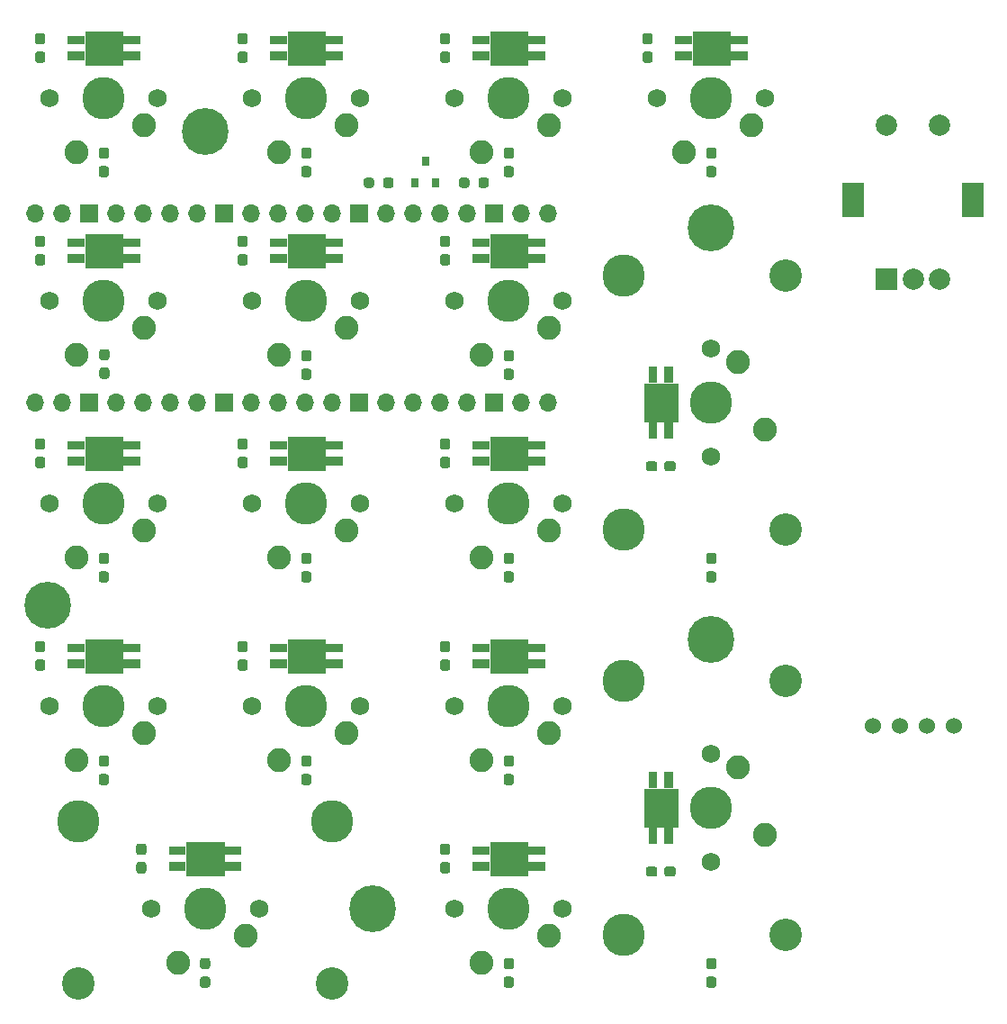
<source format=gbs>
G04 #@! TF.GenerationSoftware,KiCad,Pcbnew,(5.1.10)-1*
G04 #@! TF.CreationDate,2022-11-02T19:01:58+01:00*
G04 #@! TF.ProjectId,keyboard,6b657962-6f61-4726-942e-6b696361645f,rev?*
G04 #@! TF.SameCoordinates,Original*
G04 #@! TF.FileFunction,Soldermask,Bot*
G04 #@! TF.FilePolarity,Negative*
%FSLAX46Y46*%
G04 Gerber Fmt 4.6, Leading zero omitted, Abs format (unit mm)*
G04 Created by KiCad (PCBNEW (5.1.10)-1) date 2022-11-02 19:01:58*
%MOMM*%
%LPD*%
G01*
G04 APERTURE LIST*
%ADD10C,0.010000*%
%ADD11C,4.400000*%
%ADD12C,0.700000*%
%ADD13C,1.524000*%
%ADD14R,2.000000X2.000000*%
%ADD15C,2.000000*%
%ADD16R,2.000000X3.200000*%
%ADD17R,0.800000X0.900000*%
%ADD18C,0.100000*%
%ADD19O,1.700000X1.700000*%
%ADD20R,1.700000X1.700000*%
%ADD21C,1.750000*%
%ADD22C,2.250000*%
%ADD23C,3.987800*%
%ADD24C,3.048000*%
G04 APERTURE END LIST*
D10*
G36*
X125455000Y-93630000D02*
G01*
X125455000Y-90130000D01*
X128555000Y-90130000D01*
X128555000Y-93630000D01*
X125455000Y-93630000D01*
G37*
X125455000Y-93630000D02*
X125455000Y-90130000D01*
X128555000Y-90130000D01*
X128555000Y-93630000D01*
X125455000Y-93630000D01*
G36*
X91905000Y-76055000D02*
G01*
X95405000Y-76055000D01*
X95405000Y-79155000D01*
X91905000Y-79155000D01*
X91905000Y-76055000D01*
G37*
X91905000Y-76055000D02*
X95405000Y-76055000D01*
X95405000Y-79155000D01*
X91905000Y-79155000D01*
X91905000Y-76055000D01*
G36*
X91905000Y-95105000D02*
G01*
X95405000Y-95105000D01*
X95405000Y-98205000D01*
X91905000Y-98205000D01*
X91905000Y-95105000D01*
G37*
X91905000Y-95105000D02*
X95405000Y-95105000D01*
X95405000Y-98205000D01*
X91905000Y-98205000D01*
X91905000Y-95105000D01*
G36*
X125455000Y-131730000D02*
G01*
X125455000Y-128230000D01*
X128555000Y-128230000D01*
X128555000Y-131730000D01*
X125455000Y-131730000D01*
G37*
X125455000Y-131730000D02*
X125455000Y-128230000D01*
X128555000Y-128230000D01*
X128555000Y-131730000D01*
X125455000Y-131730000D01*
G36*
X110955000Y-133205000D02*
G01*
X114455000Y-133205000D01*
X114455000Y-136305000D01*
X110955000Y-136305000D01*
X110955000Y-133205000D01*
G37*
X110955000Y-133205000D02*
X114455000Y-133205000D01*
X114455000Y-136305000D01*
X110955000Y-136305000D01*
X110955000Y-133205000D01*
G36*
X82380000Y-133205000D02*
G01*
X85880000Y-133205000D01*
X85880000Y-136305000D01*
X82380000Y-136305000D01*
X82380000Y-133205000D01*
G37*
X82380000Y-133205000D02*
X85880000Y-133205000D01*
X85880000Y-136305000D01*
X82380000Y-136305000D01*
X82380000Y-133205000D01*
G36*
X110955000Y-114155000D02*
G01*
X114455000Y-114155000D01*
X114455000Y-117255000D01*
X110955000Y-117255000D01*
X110955000Y-114155000D01*
G37*
X110955000Y-114155000D02*
X114455000Y-114155000D01*
X114455000Y-117255000D01*
X110955000Y-117255000D01*
X110955000Y-114155000D01*
G36*
X91905000Y-114155000D02*
G01*
X95405000Y-114155000D01*
X95405000Y-117255000D01*
X91905000Y-117255000D01*
X91905000Y-114155000D01*
G37*
X91905000Y-114155000D02*
X95405000Y-114155000D01*
X95405000Y-117255000D01*
X91905000Y-117255000D01*
X91905000Y-114155000D01*
G36*
X72855000Y-114155000D02*
G01*
X76355000Y-114155000D01*
X76355000Y-117255000D01*
X72855000Y-117255000D01*
X72855000Y-114155000D01*
G37*
X72855000Y-114155000D02*
X76355000Y-114155000D01*
X76355000Y-117255000D01*
X72855000Y-117255000D01*
X72855000Y-114155000D01*
G36*
X110955000Y-95105000D02*
G01*
X114455000Y-95105000D01*
X114455000Y-98205000D01*
X110955000Y-98205000D01*
X110955000Y-95105000D01*
G37*
X110955000Y-95105000D02*
X114455000Y-95105000D01*
X114455000Y-98205000D01*
X110955000Y-98205000D01*
X110955000Y-95105000D01*
G36*
X72855000Y-95105000D02*
G01*
X76355000Y-95105000D01*
X76355000Y-98205000D01*
X72855000Y-98205000D01*
X72855000Y-95105000D01*
G37*
X72855000Y-95105000D02*
X76355000Y-95105000D01*
X76355000Y-98205000D01*
X72855000Y-98205000D01*
X72855000Y-95105000D01*
G36*
X110955000Y-76055000D02*
G01*
X114455000Y-76055000D01*
X114455000Y-79155000D01*
X110955000Y-79155000D01*
X110955000Y-76055000D01*
G37*
X110955000Y-76055000D02*
X114455000Y-76055000D01*
X114455000Y-79155000D01*
X110955000Y-79155000D01*
X110955000Y-76055000D01*
G36*
X72855000Y-76055000D02*
G01*
X76355000Y-76055000D01*
X76355000Y-79155000D01*
X72855000Y-79155000D01*
X72855000Y-76055000D01*
G37*
X72855000Y-76055000D02*
X76355000Y-76055000D01*
X76355000Y-79155000D01*
X72855000Y-79155000D01*
X72855000Y-76055000D01*
G36*
X110955000Y-57005000D02*
G01*
X114455000Y-57005000D01*
X114455000Y-60105000D01*
X110955000Y-60105000D01*
X110955000Y-57005000D01*
G37*
X110955000Y-57005000D02*
X114455000Y-57005000D01*
X114455000Y-60105000D01*
X110955000Y-60105000D01*
X110955000Y-57005000D01*
G36*
X91905000Y-57005000D02*
G01*
X95405000Y-57005000D01*
X95405000Y-60105000D01*
X91905000Y-60105000D01*
X91905000Y-57005000D01*
G37*
X91905000Y-57005000D02*
X95405000Y-57005000D01*
X95405000Y-60105000D01*
X91905000Y-60105000D01*
X91905000Y-57005000D01*
G36*
X72855000Y-57005000D02*
G01*
X76355000Y-57005000D01*
X76355000Y-60105000D01*
X72855000Y-60105000D01*
X72855000Y-57005000D01*
G37*
X72855000Y-57005000D02*
X76355000Y-57005000D01*
X76355000Y-60105000D01*
X72855000Y-60105000D01*
X72855000Y-57005000D01*
G36*
X130005000Y-57005000D02*
G01*
X133505000Y-57005000D01*
X133505000Y-60105000D01*
X130005000Y-60105000D01*
X130005000Y-57005000D01*
G37*
X130005000Y-57005000D02*
X133505000Y-57005000D01*
X133505000Y-60105000D01*
X130005000Y-60105000D01*
X130005000Y-57005000D01*
D11*
X69291200Y-110930000D03*
D12*
X70936000Y-110947200D03*
X70452726Y-112113926D03*
X69286000Y-112597200D03*
X68119274Y-112113926D03*
X67636000Y-110947200D03*
X68119274Y-109780474D03*
X69286000Y-109297200D03*
X70452726Y-109780474D03*
X85316926Y-65228874D03*
X84150200Y-64745600D03*
X82983474Y-65228874D03*
X82500200Y-66395600D03*
X82983474Y-67562326D03*
X84150200Y-68045600D03*
X85316926Y-67562326D03*
X85800200Y-66395600D03*
D11*
X84130000Y-66395600D03*
D12*
X101008926Y-138304674D03*
X99842200Y-137821400D03*
X98675474Y-138304674D03*
X98192200Y-139471400D03*
X98675474Y-140638126D03*
X99842200Y-141121400D03*
X101008926Y-140638126D03*
X101492200Y-139471400D03*
D11*
X99847400Y-139505000D03*
X131755000Y-114122200D03*
D12*
X133399800Y-114122200D03*
X132916526Y-115288926D03*
X131749800Y-115772200D03*
X130583074Y-115288926D03*
X130099800Y-114122200D03*
X130583074Y-112955474D03*
X131749800Y-112472200D03*
X132916526Y-112955474D03*
X132941926Y-74322074D03*
X131775200Y-73838800D03*
X130608474Y-74322074D03*
X130125200Y-75488800D03*
X130608474Y-76655526D03*
X131775200Y-77138800D03*
X132941926Y-76655526D03*
X133425200Y-75488800D03*
D11*
X131755000Y-75488800D03*
D13*
X146995000Y-122275000D03*
X149535000Y-122275000D03*
X152075000Y-122275000D03*
X154615000Y-122275000D03*
D14*
X148234400Y-80314800D03*
D15*
X150734400Y-80314800D03*
X153234400Y-80314800D03*
D16*
X145134400Y-72814800D03*
X156334400Y-72814800D03*
D15*
X148234400Y-65814800D03*
X153234400Y-65814800D03*
G36*
G01*
X100882000Y-71459100D02*
X100882000Y-70984100D01*
G75*
G02*
X101119500Y-70746600I237500J0D01*
G01*
X101619500Y-70746600D01*
G75*
G02*
X101857000Y-70984100I0J-237500D01*
G01*
X101857000Y-71459100D01*
G75*
G02*
X101619500Y-71696600I-237500J0D01*
G01*
X101119500Y-71696600D01*
G75*
G02*
X100882000Y-71459100I0J237500D01*
G01*
G37*
G36*
G01*
X99057000Y-71459100D02*
X99057000Y-70984100D01*
G75*
G02*
X99294500Y-70746600I237500J0D01*
G01*
X99794500Y-70746600D01*
G75*
G02*
X100032000Y-70984100I0J-237500D01*
G01*
X100032000Y-71459100D01*
G75*
G02*
X99794500Y-71696600I-237500J0D01*
G01*
X99294500Y-71696600D01*
G75*
G02*
X99057000Y-71459100I0J237500D01*
G01*
G37*
G36*
G01*
X108998200Y-70984100D02*
X108998200Y-71459100D01*
G75*
G02*
X108760700Y-71696600I-237500J0D01*
G01*
X108260700Y-71696600D01*
G75*
G02*
X108023200Y-71459100I0J237500D01*
G01*
X108023200Y-70984100D01*
G75*
G02*
X108260700Y-70746600I237500J0D01*
G01*
X108760700Y-70746600D01*
G75*
G02*
X108998200Y-70984100I0J-237500D01*
G01*
G37*
G36*
G01*
X110823200Y-70984100D02*
X110823200Y-71459100D01*
G75*
G02*
X110585700Y-71696600I-237500J0D01*
G01*
X110085700Y-71696600D01*
G75*
G02*
X109848200Y-71459100I0J237500D01*
G01*
X109848200Y-70984100D01*
G75*
G02*
X110085700Y-70746600I237500J0D01*
G01*
X110585700Y-70746600D01*
G75*
G02*
X110823200Y-70984100I0J-237500D01*
G01*
G37*
D17*
X104841000Y-69221600D03*
X103891000Y-71221600D03*
X105791000Y-71221600D03*
D18*
G36*
X125844510Y-88479902D02*
G01*
X125844538Y-88479809D01*
X125844584Y-88479722D01*
X125844646Y-88479646D01*
X125844722Y-88479584D01*
X125844809Y-88479538D01*
X125844902Y-88479510D01*
X125845000Y-88479500D01*
X126665000Y-88479500D01*
X126665098Y-88479510D01*
X126665191Y-88479538D01*
X126665278Y-88479584D01*
X126665354Y-88479646D01*
X126665416Y-88479722D01*
X126665462Y-88479809D01*
X126665490Y-88479902D01*
X126665500Y-88480000D01*
X126665500Y-90026000D01*
X126665490Y-90026098D01*
X126665462Y-90026191D01*
X126665416Y-90026278D01*
X126665354Y-90026354D01*
X126665278Y-90026416D01*
X126665191Y-90026462D01*
X126665098Y-90026490D01*
X126665000Y-90026500D01*
X125845000Y-90026500D01*
X125844902Y-90026490D01*
X125844809Y-90026462D01*
X125844722Y-90026416D01*
X125844646Y-90026354D01*
X125844584Y-90026278D01*
X125844538Y-90026191D01*
X125844510Y-90026098D01*
X125844500Y-90026000D01*
X125844500Y-88480000D01*
X125844510Y-88479902D01*
G37*
G36*
X127344510Y-88479902D02*
G01*
X127344538Y-88479809D01*
X127344584Y-88479722D01*
X127344646Y-88479646D01*
X127344722Y-88479584D01*
X127344809Y-88479538D01*
X127344902Y-88479510D01*
X127345000Y-88479500D01*
X128165190Y-88479500D01*
X128165288Y-88479510D01*
X128165381Y-88479538D01*
X128165468Y-88479584D01*
X128165544Y-88479646D01*
X128165606Y-88479722D01*
X128165652Y-88479809D01*
X128165680Y-88479902D01*
X128165690Y-88480000D01*
X128165500Y-90026000D01*
X128165490Y-90026098D01*
X128165462Y-90026191D01*
X128165416Y-90026278D01*
X128165354Y-90026354D01*
X128165278Y-90026416D01*
X128165191Y-90026462D01*
X128165097Y-90026490D01*
X128165000Y-90026500D01*
X127345000Y-90026500D01*
X127344902Y-90026490D01*
X127344809Y-90026462D01*
X127344722Y-90026416D01*
X127344646Y-90026354D01*
X127344584Y-90026278D01*
X127344538Y-90026191D01*
X127344510Y-90026098D01*
X127344500Y-90026000D01*
X127344500Y-88480000D01*
X127344510Y-88479902D01*
G37*
G36*
X127344510Y-93733902D02*
G01*
X127344538Y-93733809D01*
X127344584Y-93733722D01*
X127344646Y-93733646D01*
X127344722Y-93733584D01*
X127344809Y-93733538D01*
X127344902Y-93733510D01*
X127345000Y-93733500D01*
X128165000Y-93733500D01*
X128165098Y-93733510D01*
X128165191Y-93733538D01*
X128165278Y-93733584D01*
X128165354Y-93733646D01*
X128165416Y-93733722D01*
X128165462Y-93733809D01*
X128165490Y-93733902D01*
X128165500Y-93734000D01*
X128165500Y-95280000D01*
X128165490Y-95280098D01*
X128165462Y-95280191D01*
X128165416Y-95280278D01*
X128165354Y-95280354D01*
X128165278Y-95280416D01*
X128165191Y-95280462D01*
X128165098Y-95280490D01*
X128165000Y-95280500D01*
X127345000Y-95280500D01*
X127344902Y-95280490D01*
X127344809Y-95280462D01*
X127344722Y-95280416D01*
X127344646Y-95280354D01*
X127344584Y-95280278D01*
X127344538Y-95280191D01*
X127344510Y-95280098D01*
X127344500Y-95280000D01*
X127344500Y-93734000D01*
X127344510Y-93733902D01*
G37*
G36*
X125844510Y-93733902D02*
G01*
X125844538Y-93733809D01*
X125844584Y-93733722D01*
X125844646Y-93733646D01*
X125844722Y-93733584D01*
X125844809Y-93733538D01*
X125844902Y-93733510D01*
X125845000Y-93733500D01*
X126665000Y-93733500D01*
X126665098Y-93733510D01*
X126665191Y-93733538D01*
X126665278Y-93733584D01*
X126665354Y-93733646D01*
X126665416Y-93733722D01*
X126665462Y-93733809D01*
X126665490Y-93733902D01*
X126665500Y-93734000D01*
X126665500Y-95280000D01*
X126665490Y-95280098D01*
X126665462Y-95280191D01*
X126665416Y-95280278D01*
X126665354Y-95280354D01*
X126665278Y-95280416D01*
X126665191Y-95280462D01*
X126665098Y-95280490D01*
X126665000Y-95280500D01*
X125845000Y-95280500D01*
X125844902Y-95280490D01*
X125844809Y-95280462D01*
X125844722Y-95280416D01*
X125844646Y-95280354D01*
X125844584Y-95280278D01*
X125844538Y-95280191D01*
X125844510Y-95280098D01*
X125844500Y-95280000D01*
X125844500Y-93734000D01*
X125844510Y-93733902D01*
G37*
G36*
G01*
X131992500Y-68955000D02*
X131517500Y-68955000D01*
G75*
G02*
X131280000Y-68717500I0J237500D01*
G01*
X131280000Y-68142500D01*
G75*
G02*
X131517500Y-67905000I237500J0D01*
G01*
X131992500Y-67905000D01*
G75*
G02*
X132230000Y-68142500I0J-237500D01*
G01*
X132230000Y-68717500D01*
G75*
G02*
X131992500Y-68955000I-237500J0D01*
G01*
G37*
G36*
G01*
X131992500Y-70705000D02*
X131517500Y-70705000D01*
G75*
G02*
X131280000Y-70467500I0J237500D01*
G01*
X131280000Y-69892500D01*
G75*
G02*
X131517500Y-69655000I237500J0D01*
G01*
X131992500Y-69655000D01*
G75*
G02*
X132230000Y-69892500I0J-237500D01*
G01*
X132230000Y-70467500D01*
G75*
G02*
X131992500Y-70705000I-237500J0D01*
G01*
G37*
G36*
G01*
X112942500Y-68955000D02*
X112467500Y-68955000D01*
G75*
G02*
X112230000Y-68717500I0J237500D01*
G01*
X112230000Y-68142500D01*
G75*
G02*
X112467500Y-67905000I237500J0D01*
G01*
X112942500Y-67905000D01*
G75*
G02*
X113180000Y-68142500I0J-237500D01*
G01*
X113180000Y-68717500D01*
G75*
G02*
X112942500Y-68955000I-237500J0D01*
G01*
G37*
G36*
G01*
X112942500Y-70705000D02*
X112467500Y-70705000D01*
G75*
G02*
X112230000Y-70467500I0J237500D01*
G01*
X112230000Y-69892500D01*
G75*
G02*
X112467500Y-69655000I237500J0D01*
G01*
X112942500Y-69655000D01*
G75*
G02*
X113180000Y-69892500I0J-237500D01*
G01*
X113180000Y-70467500D01*
G75*
G02*
X112942500Y-70705000I-237500J0D01*
G01*
G37*
G36*
G01*
X93892500Y-68955000D02*
X93417500Y-68955000D01*
G75*
G02*
X93180000Y-68717500I0J237500D01*
G01*
X93180000Y-68142500D01*
G75*
G02*
X93417500Y-67905000I237500J0D01*
G01*
X93892500Y-67905000D01*
G75*
G02*
X94130000Y-68142500I0J-237500D01*
G01*
X94130000Y-68717500D01*
G75*
G02*
X93892500Y-68955000I-237500J0D01*
G01*
G37*
G36*
G01*
X93892500Y-70705000D02*
X93417500Y-70705000D01*
G75*
G02*
X93180000Y-70467500I0J237500D01*
G01*
X93180000Y-69892500D01*
G75*
G02*
X93417500Y-69655000I237500J0D01*
G01*
X93892500Y-69655000D01*
G75*
G02*
X94130000Y-69892500I0J-237500D01*
G01*
X94130000Y-70467500D01*
G75*
G02*
X93892500Y-70705000I-237500J0D01*
G01*
G37*
G36*
G01*
X74842500Y-68955000D02*
X74367500Y-68955000D01*
G75*
G02*
X74130000Y-68717500I0J237500D01*
G01*
X74130000Y-68142500D01*
G75*
G02*
X74367500Y-67905000I237500J0D01*
G01*
X74842500Y-67905000D01*
G75*
G02*
X75080000Y-68142500I0J-237500D01*
G01*
X75080000Y-68717500D01*
G75*
G02*
X74842500Y-68955000I-237500J0D01*
G01*
G37*
G36*
G01*
X74842500Y-70705000D02*
X74367500Y-70705000D01*
G75*
G02*
X74130000Y-70467500I0J237500D01*
G01*
X74130000Y-69892500D01*
G75*
G02*
X74367500Y-69655000I237500J0D01*
G01*
X74842500Y-69655000D01*
G75*
G02*
X75080000Y-69892500I0J-237500D01*
G01*
X75080000Y-70467500D01*
G75*
G02*
X74842500Y-70705000I-237500J0D01*
G01*
G37*
G36*
G01*
X112942500Y-145155000D02*
X112467500Y-145155000D01*
G75*
G02*
X112230000Y-144917500I0J237500D01*
G01*
X112230000Y-144342500D01*
G75*
G02*
X112467500Y-144105000I237500J0D01*
G01*
X112942500Y-144105000D01*
G75*
G02*
X113180000Y-144342500I0J-237500D01*
G01*
X113180000Y-144917500D01*
G75*
G02*
X112942500Y-145155000I-237500J0D01*
G01*
G37*
G36*
G01*
X112942500Y-146905000D02*
X112467500Y-146905000D01*
G75*
G02*
X112230000Y-146667500I0J237500D01*
G01*
X112230000Y-146092500D01*
G75*
G02*
X112467500Y-145855000I237500J0D01*
G01*
X112942500Y-145855000D01*
G75*
G02*
X113180000Y-146092500I0J-237500D01*
G01*
X113180000Y-146667500D01*
G75*
G02*
X112942500Y-146905000I-237500J0D01*
G01*
G37*
G36*
G01*
X84367500Y-145155000D02*
X83892500Y-145155000D01*
G75*
G02*
X83655000Y-144917500I0J237500D01*
G01*
X83655000Y-144342500D01*
G75*
G02*
X83892500Y-144105000I237500J0D01*
G01*
X84367500Y-144105000D01*
G75*
G02*
X84605000Y-144342500I0J-237500D01*
G01*
X84605000Y-144917500D01*
G75*
G02*
X84367500Y-145155000I-237500J0D01*
G01*
G37*
G36*
G01*
X84367500Y-146905000D02*
X83892500Y-146905000D01*
G75*
G02*
X83655000Y-146667500I0J237500D01*
G01*
X83655000Y-146092500D01*
G75*
G02*
X83892500Y-145855000I237500J0D01*
G01*
X84367500Y-145855000D01*
G75*
G02*
X84605000Y-146092500I0J-237500D01*
G01*
X84605000Y-146667500D01*
G75*
G02*
X84367500Y-146905000I-237500J0D01*
G01*
G37*
G36*
G01*
X131992500Y-145155000D02*
X131517500Y-145155000D01*
G75*
G02*
X131280000Y-144917500I0J237500D01*
G01*
X131280000Y-144342500D01*
G75*
G02*
X131517500Y-144105000I237500J0D01*
G01*
X131992500Y-144105000D01*
G75*
G02*
X132230000Y-144342500I0J-237500D01*
G01*
X132230000Y-144917500D01*
G75*
G02*
X131992500Y-145155000I-237500J0D01*
G01*
G37*
G36*
G01*
X131992500Y-146905000D02*
X131517500Y-146905000D01*
G75*
G02*
X131280000Y-146667500I0J237500D01*
G01*
X131280000Y-146092500D01*
G75*
G02*
X131517500Y-145855000I237500J0D01*
G01*
X131992500Y-145855000D01*
G75*
G02*
X132230000Y-146092500I0J-237500D01*
G01*
X132230000Y-146667500D01*
G75*
G02*
X131992500Y-146905000I-237500J0D01*
G01*
G37*
G36*
G01*
X112942500Y-126105000D02*
X112467500Y-126105000D01*
G75*
G02*
X112230000Y-125867500I0J237500D01*
G01*
X112230000Y-125292500D01*
G75*
G02*
X112467500Y-125055000I237500J0D01*
G01*
X112942500Y-125055000D01*
G75*
G02*
X113180000Y-125292500I0J-237500D01*
G01*
X113180000Y-125867500D01*
G75*
G02*
X112942500Y-126105000I-237500J0D01*
G01*
G37*
G36*
G01*
X112942500Y-127855000D02*
X112467500Y-127855000D01*
G75*
G02*
X112230000Y-127617500I0J237500D01*
G01*
X112230000Y-127042500D01*
G75*
G02*
X112467500Y-126805000I237500J0D01*
G01*
X112942500Y-126805000D01*
G75*
G02*
X113180000Y-127042500I0J-237500D01*
G01*
X113180000Y-127617500D01*
G75*
G02*
X112942500Y-127855000I-237500J0D01*
G01*
G37*
G36*
G01*
X93892500Y-126105000D02*
X93417500Y-126105000D01*
G75*
G02*
X93180000Y-125867500I0J237500D01*
G01*
X93180000Y-125292500D01*
G75*
G02*
X93417500Y-125055000I237500J0D01*
G01*
X93892500Y-125055000D01*
G75*
G02*
X94130000Y-125292500I0J-237500D01*
G01*
X94130000Y-125867500D01*
G75*
G02*
X93892500Y-126105000I-237500J0D01*
G01*
G37*
G36*
G01*
X93892500Y-127855000D02*
X93417500Y-127855000D01*
G75*
G02*
X93180000Y-127617500I0J237500D01*
G01*
X93180000Y-127042500D01*
G75*
G02*
X93417500Y-126805000I237500J0D01*
G01*
X93892500Y-126805000D01*
G75*
G02*
X94130000Y-127042500I0J-237500D01*
G01*
X94130000Y-127617500D01*
G75*
G02*
X93892500Y-127855000I-237500J0D01*
G01*
G37*
G36*
G01*
X74842500Y-126105000D02*
X74367500Y-126105000D01*
G75*
G02*
X74130000Y-125867500I0J237500D01*
G01*
X74130000Y-125292500D01*
G75*
G02*
X74367500Y-125055000I237500J0D01*
G01*
X74842500Y-125055000D01*
G75*
G02*
X75080000Y-125292500I0J-237500D01*
G01*
X75080000Y-125867500D01*
G75*
G02*
X74842500Y-126105000I-237500J0D01*
G01*
G37*
G36*
G01*
X74842500Y-127855000D02*
X74367500Y-127855000D01*
G75*
G02*
X74130000Y-127617500I0J237500D01*
G01*
X74130000Y-127042500D01*
G75*
G02*
X74367500Y-126805000I237500J0D01*
G01*
X74842500Y-126805000D01*
G75*
G02*
X75080000Y-127042500I0J-237500D01*
G01*
X75080000Y-127617500D01*
G75*
G02*
X74842500Y-127855000I-237500J0D01*
G01*
G37*
G36*
G01*
X112942500Y-107055000D02*
X112467500Y-107055000D01*
G75*
G02*
X112230000Y-106817500I0J237500D01*
G01*
X112230000Y-106242500D01*
G75*
G02*
X112467500Y-106005000I237500J0D01*
G01*
X112942500Y-106005000D01*
G75*
G02*
X113180000Y-106242500I0J-237500D01*
G01*
X113180000Y-106817500D01*
G75*
G02*
X112942500Y-107055000I-237500J0D01*
G01*
G37*
G36*
G01*
X112942500Y-108805000D02*
X112467500Y-108805000D01*
G75*
G02*
X112230000Y-108567500I0J237500D01*
G01*
X112230000Y-107992500D01*
G75*
G02*
X112467500Y-107755000I237500J0D01*
G01*
X112942500Y-107755000D01*
G75*
G02*
X113180000Y-107992500I0J-237500D01*
G01*
X113180000Y-108567500D01*
G75*
G02*
X112942500Y-108805000I-237500J0D01*
G01*
G37*
G36*
G01*
X93892500Y-107055000D02*
X93417500Y-107055000D01*
G75*
G02*
X93180000Y-106817500I0J237500D01*
G01*
X93180000Y-106242500D01*
G75*
G02*
X93417500Y-106005000I237500J0D01*
G01*
X93892500Y-106005000D01*
G75*
G02*
X94130000Y-106242500I0J-237500D01*
G01*
X94130000Y-106817500D01*
G75*
G02*
X93892500Y-107055000I-237500J0D01*
G01*
G37*
G36*
G01*
X93892500Y-108805000D02*
X93417500Y-108805000D01*
G75*
G02*
X93180000Y-108567500I0J237500D01*
G01*
X93180000Y-107992500D01*
G75*
G02*
X93417500Y-107755000I237500J0D01*
G01*
X93892500Y-107755000D01*
G75*
G02*
X94130000Y-107992500I0J-237500D01*
G01*
X94130000Y-108567500D01*
G75*
G02*
X93892500Y-108805000I-237500J0D01*
G01*
G37*
G36*
G01*
X74842500Y-107055000D02*
X74367500Y-107055000D01*
G75*
G02*
X74130000Y-106817500I0J237500D01*
G01*
X74130000Y-106242500D01*
G75*
G02*
X74367500Y-106005000I237500J0D01*
G01*
X74842500Y-106005000D01*
G75*
G02*
X75080000Y-106242500I0J-237500D01*
G01*
X75080000Y-106817500D01*
G75*
G02*
X74842500Y-107055000I-237500J0D01*
G01*
G37*
G36*
G01*
X74842500Y-108805000D02*
X74367500Y-108805000D01*
G75*
G02*
X74130000Y-108567500I0J237500D01*
G01*
X74130000Y-107992500D01*
G75*
G02*
X74367500Y-107755000I237500J0D01*
G01*
X74842500Y-107755000D01*
G75*
G02*
X75080000Y-107992500I0J-237500D01*
G01*
X75080000Y-108567500D01*
G75*
G02*
X74842500Y-108805000I-237500J0D01*
G01*
G37*
G36*
G01*
X131992500Y-107055000D02*
X131517500Y-107055000D01*
G75*
G02*
X131280000Y-106817500I0J237500D01*
G01*
X131280000Y-106242500D01*
G75*
G02*
X131517500Y-106005000I237500J0D01*
G01*
X131992500Y-106005000D01*
G75*
G02*
X132230000Y-106242500I0J-237500D01*
G01*
X132230000Y-106817500D01*
G75*
G02*
X131992500Y-107055000I-237500J0D01*
G01*
G37*
G36*
G01*
X131992500Y-108805000D02*
X131517500Y-108805000D01*
G75*
G02*
X131280000Y-108567500I0J237500D01*
G01*
X131280000Y-107992500D01*
G75*
G02*
X131517500Y-107755000I237500J0D01*
G01*
X131992500Y-107755000D01*
G75*
G02*
X132230000Y-107992500I0J-237500D01*
G01*
X132230000Y-108567500D01*
G75*
G02*
X131992500Y-108805000I-237500J0D01*
G01*
G37*
G36*
G01*
X112942500Y-88005000D02*
X112467500Y-88005000D01*
G75*
G02*
X112230000Y-87767500I0J237500D01*
G01*
X112230000Y-87192500D01*
G75*
G02*
X112467500Y-86955000I237500J0D01*
G01*
X112942500Y-86955000D01*
G75*
G02*
X113180000Y-87192500I0J-237500D01*
G01*
X113180000Y-87767500D01*
G75*
G02*
X112942500Y-88005000I-237500J0D01*
G01*
G37*
G36*
G01*
X112942500Y-89755000D02*
X112467500Y-89755000D01*
G75*
G02*
X112230000Y-89517500I0J237500D01*
G01*
X112230000Y-88942500D01*
G75*
G02*
X112467500Y-88705000I237500J0D01*
G01*
X112942500Y-88705000D01*
G75*
G02*
X113180000Y-88942500I0J-237500D01*
G01*
X113180000Y-89517500D01*
G75*
G02*
X112942500Y-89755000I-237500J0D01*
G01*
G37*
G36*
G01*
X93892500Y-88005000D02*
X93417500Y-88005000D01*
G75*
G02*
X93180000Y-87767500I0J237500D01*
G01*
X93180000Y-87192500D01*
G75*
G02*
X93417500Y-86955000I237500J0D01*
G01*
X93892500Y-86955000D01*
G75*
G02*
X94130000Y-87192500I0J-237500D01*
G01*
X94130000Y-87767500D01*
G75*
G02*
X93892500Y-88005000I-237500J0D01*
G01*
G37*
G36*
G01*
X93892500Y-89755000D02*
X93417500Y-89755000D01*
G75*
G02*
X93180000Y-89517500I0J237500D01*
G01*
X93180000Y-88942500D01*
G75*
G02*
X93417500Y-88705000I237500J0D01*
G01*
X93892500Y-88705000D01*
G75*
G02*
X94130000Y-88942500I0J-237500D01*
G01*
X94130000Y-89517500D01*
G75*
G02*
X93892500Y-89755000I-237500J0D01*
G01*
G37*
G36*
G01*
X74887500Y-87900000D02*
X74412500Y-87900000D01*
G75*
G02*
X74175000Y-87662500I0J237500D01*
G01*
X74175000Y-87087500D01*
G75*
G02*
X74412500Y-86850000I237500J0D01*
G01*
X74887500Y-86850000D01*
G75*
G02*
X75125000Y-87087500I0J-237500D01*
G01*
X75125000Y-87662500D01*
G75*
G02*
X74887500Y-87900000I-237500J0D01*
G01*
G37*
G36*
G01*
X74887500Y-89650000D02*
X74412500Y-89650000D01*
G75*
G02*
X74175000Y-89412500I0J237500D01*
G01*
X74175000Y-88837500D01*
G75*
G02*
X74412500Y-88600000I237500J0D01*
G01*
X74887500Y-88600000D01*
G75*
G02*
X75125000Y-88837500I0J-237500D01*
G01*
X75125000Y-89412500D01*
G75*
G02*
X74887500Y-89650000I-237500J0D01*
G01*
G37*
D19*
X68125000Y-74075000D03*
X101145000Y-74075000D03*
X96065000Y-91855000D03*
X116385000Y-74075000D03*
X78285000Y-91855000D03*
X78285000Y-74075000D03*
X90985000Y-91855000D03*
X90985000Y-74075000D03*
X93525000Y-74075000D03*
X113845000Y-74075000D03*
D20*
X98605000Y-74075000D03*
X73205000Y-91855000D03*
D19*
X103685000Y-74075000D03*
D20*
X73205000Y-74075000D03*
D19*
X80825000Y-91855000D03*
X88445000Y-91855000D03*
D20*
X98605000Y-91855000D03*
D19*
X101145000Y-91855000D03*
X106225000Y-74075000D03*
X80825000Y-74075000D03*
D20*
X111305000Y-74075000D03*
D19*
X108765000Y-74075000D03*
X88445000Y-74075000D03*
D20*
X85905000Y-74075000D03*
D19*
X75745000Y-74075000D03*
X70665000Y-91855000D03*
X75745000Y-91855000D03*
X96065000Y-74075000D03*
X83365000Y-91855000D03*
X93525000Y-91855000D03*
X83365000Y-74075000D03*
X68125000Y-91855000D03*
D20*
X85905000Y-91855000D03*
D19*
X70665000Y-74075000D03*
X113845000Y-91855000D03*
D20*
X111305000Y-91855000D03*
D19*
X108765000Y-91855000D03*
X103685000Y-91855000D03*
X106225000Y-91855000D03*
X116385000Y-91855000D03*
G36*
G01*
X106467500Y-135080000D02*
X106942500Y-135080000D01*
G75*
G02*
X107180000Y-135317500I0J-237500D01*
G01*
X107180000Y-135917500D01*
G75*
G02*
X106942500Y-136155000I-237500J0D01*
G01*
X106467500Y-136155000D01*
G75*
G02*
X106230000Y-135917500I0J237500D01*
G01*
X106230000Y-135317500D01*
G75*
G02*
X106467500Y-135080000I237500J0D01*
G01*
G37*
G36*
G01*
X106467500Y-133355000D02*
X106942500Y-133355000D01*
G75*
G02*
X107180000Y-133592500I0J-237500D01*
G01*
X107180000Y-134192500D01*
G75*
G02*
X106942500Y-134430000I-237500J0D01*
G01*
X106467500Y-134430000D01*
G75*
G02*
X106230000Y-134192500I0J237500D01*
G01*
X106230000Y-133592500D01*
G75*
G02*
X106467500Y-133355000I237500J0D01*
G01*
G37*
G36*
G01*
X77892500Y-135080000D02*
X78367500Y-135080000D01*
G75*
G02*
X78605000Y-135317500I0J-237500D01*
G01*
X78605000Y-135917500D01*
G75*
G02*
X78367500Y-136155000I-237500J0D01*
G01*
X77892500Y-136155000D01*
G75*
G02*
X77655000Y-135917500I0J237500D01*
G01*
X77655000Y-135317500D01*
G75*
G02*
X77892500Y-135080000I237500J0D01*
G01*
G37*
G36*
G01*
X77892500Y-133355000D02*
X78367500Y-133355000D01*
G75*
G02*
X78605000Y-133592500I0J-237500D01*
G01*
X78605000Y-134192500D01*
G75*
G02*
X78367500Y-134430000I-237500J0D01*
G01*
X77892500Y-134430000D01*
G75*
G02*
X77655000Y-134192500I0J237500D01*
G01*
X77655000Y-133592500D01*
G75*
G02*
X77892500Y-133355000I237500J0D01*
G01*
G37*
G36*
G01*
X127330000Y-136217500D02*
X127330000Y-135742500D01*
G75*
G02*
X127567500Y-135505000I237500J0D01*
G01*
X128167500Y-135505000D01*
G75*
G02*
X128405000Y-135742500I0J-237500D01*
G01*
X128405000Y-136217500D01*
G75*
G02*
X128167500Y-136455000I-237500J0D01*
G01*
X127567500Y-136455000D01*
G75*
G02*
X127330000Y-136217500I0J237500D01*
G01*
G37*
G36*
G01*
X125605000Y-136217500D02*
X125605000Y-135742500D01*
G75*
G02*
X125842500Y-135505000I237500J0D01*
G01*
X126442500Y-135505000D01*
G75*
G02*
X126680000Y-135742500I0J-237500D01*
G01*
X126680000Y-136217500D01*
G75*
G02*
X126442500Y-136455000I-237500J0D01*
G01*
X125842500Y-136455000D01*
G75*
G02*
X125605000Y-136217500I0J237500D01*
G01*
G37*
G36*
G01*
X106467500Y-116030000D02*
X106942500Y-116030000D01*
G75*
G02*
X107180000Y-116267500I0J-237500D01*
G01*
X107180000Y-116867500D01*
G75*
G02*
X106942500Y-117105000I-237500J0D01*
G01*
X106467500Y-117105000D01*
G75*
G02*
X106230000Y-116867500I0J237500D01*
G01*
X106230000Y-116267500D01*
G75*
G02*
X106467500Y-116030000I237500J0D01*
G01*
G37*
G36*
G01*
X106467500Y-114305000D02*
X106942500Y-114305000D01*
G75*
G02*
X107180000Y-114542500I0J-237500D01*
G01*
X107180000Y-115142500D01*
G75*
G02*
X106942500Y-115380000I-237500J0D01*
G01*
X106467500Y-115380000D01*
G75*
G02*
X106230000Y-115142500I0J237500D01*
G01*
X106230000Y-114542500D01*
G75*
G02*
X106467500Y-114305000I237500J0D01*
G01*
G37*
G36*
G01*
X87417500Y-116030000D02*
X87892500Y-116030000D01*
G75*
G02*
X88130000Y-116267500I0J-237500D01*
G01*
X88130000Y-116867500D01*
G75*
G02*
X87892500Y-117105000I-237500J0D01*
G01*
X87417500Y-117105000D01*
G75*
G02*
X87180000Y-116867500I0J237500D01*
G01*
X87180000Y-116267500D01*
G75*
G02*
X87417500Y-116030000I237500J0D01*
G01*
G37*
G36*
G01*
X87417500Y-114305000D02*
X87892500Y-114305000D01*
G75*
G02*
X88130000Y-114542500I0J-237500D01*
G01*
X88130000Y-115142500D01*
G75*
G02*
X87892500Y-115380000I-237500J0D01*
G01*
X87417500Y-115380000D01*
G75*
G02*
X87180000Y-115142500I0J237500D01*
G01*
X87180000Y-114542500D01*
G75*
G02*
X87417500Y-114305000I237500J0D01*
G01*
G37*
G36*
G01*
X68367500Y-116030000D02*
X68842500Y-116030000D01*
G75*
G02*
X69080000Y-116267500I0J-237500D01*
G01*
X69080000Y-116867500D01*
G75*
G02*
X68842500Y-117105000I-237500J0D01*
G01*
X68367500Y-117105000D01*
G75*
G02*
X68130000Y-116867500I0J237500D01*
G01*
X68130000Y-116267500D01*
G75*
G02*
X68367500Y-116030000I237500J0D01*
G01*
G37*
G36*
G01*
X68367500Y-114305000D02*
X68842500Y-114305000D01*
G75*
G02*
X69080000Y-114542500I0J-237500D01*
G01*
X69080000Y-115142500D01*
G75*
G02*
X68842500Y-115380000I-237500J0D01*
G01*
X68367500Y-115380000D01*
G75*
G02*
X68130000Y-115142500I0J237500D01*
G01*
X68130000Y-114542500D01*
G75*
G02*
X68367500Y-114305000I237500J0D01*
G01*
G37*
G36*
G01*
X106467500Y-96980000D02*
X106942500Y-96980000D01*
G75*
G02*
X107180000Y-97217500I0J-237500D01*
G01*
X107180000Y-97817500D01*
G75*
G02*
X106942500Y-98055000I-237500J0D01*
G01*
X106467500Y-98055000D01*
G75*
G02*
X106230000Y-97817500I0J237500D01*
G01*
X106230000Y-97217500D01*
G75*
G02*
X106467500Y-96980000I237500J0D01*
G01*
G37*
G36*
G01*
X106467500Y-95255000D02*
X106942500Y-95255000D01*
G75*
G02*
X107180000Y-95492500I0J-237500D01*
G01*
X107180000Y-96092500D01*
G75*
G02*
X106942500Y-96330000I-237500J0D01*
G01*
X106467500Y-96330000D01*
G75*
G02*
X106230000Y-96092500I0J237500D01*
G01*
X106230000Y-95492500D01*
G75*
G02*
X106467500Y-95255000I237500J0D01*
G01*
G37*
G36*
G01*
X87417500Y-96980000D02*
X87892500Y-96980000D01*
G75*
G02*
X88130000Y-97217500I0J-237500D01*
G01*
X88130000Y-97817500D01*
G75*
G02*
X87892500Y-98055000I-237500J0D01*
G01*
X87417500Y-98055000D01*
G75*
G02*
X87180000Y-97817500I0J237500D01*
G01*
X87180000Y-97217500D01*
G75*
G02*
X87417500Y-96980000I237500J0D01*
G01*
G37*
G36*
G01*
X87417500Y-95255000D02*
X87892500Y-95255000D01*
G75*
G02*
X88130000Y-95492500I0J-237500D01*
G01*
X88130000Y-96092500D01*
G75*
G02*
X87892500Y-96330000I-237500J0D01*
G01*
X87417500Y-96330000D01*
G75*
G02*
X87180000Y-96092500I0J237500D01*
G01*
X87180000Y-95492500D01*
G75*
G02*
X87417500Y-95255000I237500J0D01*
G01*
G37*
G36*
G01*
X68367500Y-96980000D02*
X68842500Y-96980000D01*
G75*
G02*
X69080000Y-97217500I0J-237500D01*
G01*
X69080000Y-97817500D01*
G75*
G02*
X68842500Y-98055000I-237500J0D01*
G01*
X68367500Y-98055000D01*
G75*
G02*
X68130000Y-97817500I0J237500D01*
G01*
X68130000Y-97217500D01*
G75*
G02*
X68367500Y-96980000I237500J0D01*
G01*
G37*
G36*
G01*
X68367500Y-95255000D02*
X68842500Y-95255000D01*
G75*
G02*
X69080000Y-95492500I0J-237500D01*
G01*
X69080000Y-96092500D01*
G75*
G02*
X68842500Y-96330000I-237500J0D01*
G01*
X68367500Y-96330000D01*
G75*
G02*
X68130000Y-96092500I0J237500D01*
G01*
X68130000Y-95492500D01*
G75*
G02*
X68367500Y-95255000I237500J0D01*
G01*
G37*
G36*
G01*
X127330000Y-98117500D02*
X127330000Y-97642500D01*
G75*
G02*
X127567500Y-97405000I237500J0D01*
G01*
X128167500Y-97405000D01*
G75*
G02*
X128405000Y-97642500I0J-237500D01*
G01*
X128405000Y-98117500D01*
G75*
G02*
X128167500Y-98355000I-237500J0D01*
G01*
X127567500Y-98355000D01*
G75*
G02*
X127330000Y-98117500I0J237500D01*
G01*
G37*
G36*
G01*
X125605000Y-98117500D02*
X125605000Y-97642500D01*
G75*
G02*
X125842500Y-97405000I237500J0D01*
G01*
X126442500Y-97405000D01*
G75*
G02*
X126680000Y-97642500I0J-237500D01*
G01*
X126680000Y-98117500D01*
G75*
G02*
X126442500Y-98355000I-237500J0D01*
G01*
X125842500Y-98355000D01*
G75*
G02*
X125605000Y-98117500I0J237500D01*
G01*
G37*
G36*
G01*
X106467500Y-77930000D02*
X106942500Y-77930000D01*
G75*
G02*
X107180000Y-78167500I0J-237500D01*
G01*
X107180000Y-78767500D01*
G75*
G02*
X106942500Y-79005000I-237500J0D01*
G01*
X106467500Y-79005000D01*
G75*
G02*
X106230000Y-78767500I0J237500D01*
G01*
X106230000Y-78167500D01*
G75*
G02*
X106467500Y-77930000I237500J0D01*
G01*
G37*
G36*
G01*
X106467500Y-76205000D02*
X106942500Y-76205000D01*
G75*
G02*
X107180000Y-76442500I0J-237500D01*
G01*
X107180000Y-77042500D01*
G75*
G02*
X106942500Y-77280000I-237500J0D01*
G01*
X106467500Y-77280000D01*
G75*
G02*
X106230000Y-77042500I0J237500D01*
G01*
X106230000Y-76442500D01*
G75*
G02*
X106467500Y-76205000I237500J0D01*
G01*
G37*
G36*
G01*
X87417500Y-77930000D02*
X87892500Y-77930000D01*
G75*
G02*
X88130000Y-78167500I0J-237500D01*
G01*
X88130000Y-78767500D01*
G75*
G02*
X87892500Y-79005000I-237500J0D01*
G01*
X87417500Y-79005000D01*
G75*
G02*
X87180000Y-78767500I0J237500D01*
G01*
X87180000Y-78167500D01*
G75*
G02*
X87417500Y-77930000I237500J0D01*
G01*
G37*
G36*
G01*
X87417500Y-76205000D02*
X87892500Y-76205000D01*
G75*
G02*
X88130000Y-76442500I0J-237500D01*
G01*
X88130000Y-77042500D01*
G75*
G02*
X87892500Y-77280000I-237500J0D01*
G01*
X87417500Y-77280000D01*
G75*
G02*
X87180000Y-77042500I0J237500D01*
G01*
X87180000Y-76442500D01*
G75*
G02*
X87417500Y-76205000I237500J0D01*
G01*
G37*
G36*
G01*
X68367500Y-77930000D02*
X68842500Y-77930000D01*
G75*
G02*
X69080000Y-78167500I0J-237500D01*
G01*
X69080000Y-78767500D01*
G75*
G02*
X68842500Y-79005000I-237500J0D01*
G01*
X68367500Y-79005000D01*
G75*
G02*
X68130000Y-78767500I0J237500D01*
G01*
X68130000Y-78167500D01*
G75*
G02*
X68367500Y-77930000I237500J0D01*
G01*
G37*
G36*
G01*
X68367500Y-76205000D02*
X68842500Y-76205000D01*
G75*
G02*
X69080000Y-76442500I0J-237500D01*
G01*
X69080000Y-77042500D01*
G75*
G02*
X68842500Y-77280000I-237500J0D01*
G01*
X68367500Y-77280000D01*
G75*
G02*
X68130000Y-77042500I0J237500D01*
G01*
X68130000Y-76442500D01*
G75*
G02*
X68367500Y-76205000I237500J0D01*
G01*
G37*
G36*
G01*
X125517500Y-58880000D02*
X125992500Y-58880000D01*
G75*
G02*
X126230000Y-59117500I0J-237500D01*
G01*
X126230000Y-59717500D01*
G75*
G02*
X125992500Y-59955000I-237500J0D01*
G01*
X125517500Y-59955000D01*
G75*
G02*
X125280000Y-59717500I0J237500D01*
G01*
X125280000Y-59117500D01*
G75*
G02*
X125517500Y-58880000I237500J0D01*
G01*
G37*
G36*
G01*
X125517500Y-57155000D02*
X125992500Y-57155000D01*
G75*
G02*
X126230000Y-57392500I0J-237500D01*
G01*
X126230000Y-57992500D01*
G75*
G02*
X125992500Y-58230000I-237500J0D01*
G01*
X125517500Y-58230000D01*
G75*
G02*
X125280000Y-57992500I0J237500D01*
G01*
X125280000Y-57392500D01*
G75*
G02*
X125517500Y-57155000I237500J0D01*
G01*
G37*
G36*
G01*
X106467500Y-58880000D02*
X106942500Y-58880000D01*
G75*
G02*
X107180000Y-59117500I0J-237500D01*
G01*
X107180000Y-59717500D01*
G75*
G02*
X106942500Y-59955000I-237500J0D01*
G01*
X106467500Y-59955000D01*
G75*
G02*
X106230000Y-59717500I0J237500D01*
G01*
X106230000Y-59117500D01*
G75*
G02*
X106467500Y-58880000I237500J0D01*
G01*
G37*
G36*
G01*
X106467500Y-57155000D02*
X106942500Y-57155000D01*
G75*
G02*
X107180000Y-57392500I0J-237500D01*
G01*
X107180000Y-57992500D01*
G75*
G02*
X106942500Y-58230000I-237500J0D01*
G01*
X106467500Y-58230000D01*
G75*
G02*
X106230000Y-57992500I0J237500D01*
G01*
X106230000Y-57392500D01*
G75*
G02*
X106467500Y-57155000I237500J0D01*
G01*
G37*
G36*
G01*
X87417500Y-58880000D02*
X87892500Y-58880000D01*
G75*
G02*
X88130000Y-59117500I0J-237500D01*
G01*
X88130000Y-59717500D01*
G75*
G02*
X87892500Y-59955000I-237500J0D01*
G01*
X87417500Y-59955000D01*
G75*
G02*
X87180000Y-59717500I0J237500D01*
G01*
X87180000Y-59117500D01*
G75*
G02*
X87417500Y-58880000I237500J0D01*
G01*
G37*
G36*
G01*
X87417500Y-57155000D02*
X87892500Y-57155000D01*
G75*
G02*
X88130000Y-57392500I0J-237500D01*
G01*
X88130000Y-57992500D01*
G75*
G02*
X87892500Y-58230000I-237500J0D01*
G01*
X87417500Y-58230000D01*
G75*
G02*
X87180000Y-57992500I0J237500D01*
G01*
X87180000Y-57392500D01*
G75*
G02*
X87417500Y-57155000I237500J0D01*
G01*
G37*
G36*
G01*
X68367500Y-58880000D02*
X68842500Y-58880000D01*
G75*
G02*
X69080000Y-59117500I0J-237500D01*
G01*
X69080000Y-59717500D01*
G75*
G02*
X68842500Y-59955000I-237500J0D01*
G01*
X68367500Y-59955000D01*
G75*
G02*
X68130000Y-59717500I0J237500D01*
G01*
X68130000Y-59117500D01*
G75*
G02*
X68367500Y-58880000I237500J0D01*
G01*
G37*
G36*
G01*
X68367500Y-57155000D02*
X68842500Y-57155000D01*
G75*
G02*
X69080000Y-57392500I0J-237500D01*
G01*
X69080000Y-57992500D01*
G75*
G02*
X68842500Y-58230000I-237500J0D01*
G01*
X68367500Y-58230000D01*
G75*
G02*
X68130000Y-57992500I0J237500D01*
G01*
X68130000Y-57392500D01*
G75*
G02*
X68367500Y-57155000I237500J0D01*
G01*
G37*
D18*
G36*
X97055098Y-76444510D02*
G01*
X97055191Y-76444538D01*
X97055278Y-76444584D01*
X97055354Y-76444646D01*
X97055416Y-76444722D01*
X97055462Y-76444809D01*
X97055490Y-76444902D01*
X97055500Y-76445000D01*
X97055500Y-77265000D01*
X97055490Y-77265098D01*
X97055462Y-77265191D01*
X97055416Y-77265278D01*
X97055354Y-77265354D01*
X97055278Y-77265416D01*
X97055191Y-77265462D01*
X97055098Y-77265490D01*
X97055000Y-77265500D01*
X95509000Y-77265500D01*
X95508902Y-77265490D01*
X95508809Y-77265462D01*
X95508722Y-77265416D01*
X95508646Y-77265354D01*
X95508584Y-77265278D01*
X95508538Y-77265191D01*
X95508510Y-77265098D01*
X95508500Y-77265000D01*
X95508500Y-76445000D01*
X95508510Y-76444902D01*
X95508538Y-76444809D01*
X95508584Y-76444722D01*
X95508646Y-76444646D01*
X95508722Y-76444584D01*
X95508809Y-76444538D01*
X95508902Y-76444510D01*
X95509000Y-76444500D01*
X97055000Y-76444500D01*
X97055098Y-76444510D01*
G37*
G36*
X97055098Y-77944510D02*
G01*
X97055191Y-77944538D01*
X97055278Y-77944584D01*
X97055354Y-77944646D01*
X97055416Y-77944722D01*
X97055462Y-77944809D01*
X97055490Y-77944902D01*
X97055500Y-77945000D01*
X97055500Y-78765190D01*
X97055490Y-78765288D01*
X97055462Y-78765381D01*
X97055416Y-78765468D01*
X97055354Y-78765544D01*
X97055278Y-78765606D01*
X97055191Y-78765652D01*
X97055098Y-78765680D01*
X97055000Y-78765690D01*
X95509000Y-78765500D01*
X95508902Y-78765490D01*
X95508809Y-78765462D01*
X95508722Y-78765416D01*
X95508646Y-78765354D01*
X95508584Y-78765278D01*
X95508538Y-78765191D01*
X95508510Y-78765097D01*
X95508500Y-78765000D01*
X95508500Y-77945000D01*
X95508510Y-77944902D01*
X95508538Y-77944809D01*
X95508584Y-77944722D01*
X95508646Y-77944646D01*
X95508722Y-77944584D01*
X95508809Y-77944538D01*
X95508902Y-77944510D01*
X95509000Y-77944500D01*
X97055000Y-77944500D01*
X97055098Y-77944510D01*
G37*
G36*
X91801098Y-77944510D02*
G01*
X91801191Y-77944538D01*
X91801278Y-77944584D01*
X91801354Y-77944646D01*
X91801416Y-77944722D01*
X91801462Y-77944809D01*
X91801490Y-77944902D01*
X91801500Y-77945000D01*
X91801500Y-78765000D01*
X91801490Y-78765098D01*
X91801462Y-78765191D01*
X91801416Y-78765278D01*
X91801354Y-78765354D01*
X91801278Y-78765416D01*
X91801191Y-78765462D01*
X91801098Y-78765490D01*
X91801000Y-78765500D01*
X90255000Y-78765500D01*
X90254902Y-78765490D01*
X90254809Y-78765462D01*
X90254722Y-78765416D01*
X90254646Y-78765354D01*
X90254584Y-78765278D01*
X90254538Y-78765191D01*
X90254510Y-78765098D01*
X90254500Y-78765000D01*
X90254500Y-77945000D01*
X90254510Y-77944902D01*
X90254538Y-77944809D01*
X90254584Y-77944722D01*
X90254646Y-77944646D01*
X90254722Y-77944584D01*
X90254809Y-77944538D01*
X90254902Y-77944510D01*
X90255000Y-77944500D01*
X91801000Y-77944500D01*
X91801098Y-77944510D01*
G37*
G36*
X91801098Y-76444510D02*
G01*
X91801191Y-76444538D01*
X91801278Y-76444584D01*
X91801354Y-76444646D01*
X91801416Y-76444722D01*
X91801462Y-76444809D01*
X91801490Y-76444902D01*
X91801500Y-76445000D01*
X91801500Y-77265000D01*
X91801490Y-77265098D01*
X91801462Y-77265191D01*
X91801416Y-77265278D01*
X91801354Y-77265354D01*
X91801278Y-77265416D01*
X91801191Y-77265462D01*
X91801098Y-77265490D01*
X91801000Y-77265500D01*
X90255000Y-77265500D01*
X90254902Y-77265490D01*
X90254809Y-77265462D01*
X90254722Y-77265416D01*
X90254646Y-77265354D01*
X90254584Y-77265278D01*
X90254538Y-77265191D01*
X90254510Y-77265098D01*
X90254500Y-77265000D01*
X90254500Y-76445000D01*
X90254510Y-76444902D01*
X90254538Y-76444809D01*
X90254584Y-76444722D01*
X90254646Y-76444646D01*
X90254722Y-76444584D01*
X90254809Y-76444538D01*
X90254902Y-76444510D01*
X90255000Y-76444500D01*
X91801000Y-76444500D01*
X91801098Y-76444510D01*
G37*
G36*
X97055098Y-95494510D02*
G01*
X97055191Y-95494538D01*
X97055278Y-95494584D01*
X97055354Y-95494646D01*
X97055416Y-95494722D01*
X97055462Y-95494809D01*
X97055490Y-95494902D01*
X97055500Y-95495000D01*
X97055500Y-96315000D01*
X97055490Y-96315098D01*
X97055462Y-96315191D01*
X97055416Y-96315278D01*
X97055354Y-96315354D01*
X97055278Y-96315416D01*
X97055191Y-96315462D01*
X97055098Y-96315490D01*
X97055000Y-96315500D01*
X95509000Y-96315500D01*
X95508902Y-96315490D01*
X95508809Y-96315462D01*
X95508722Y-96315416D01*
X95508646Y-96315354D01*
X95508584Y-96315278D01*
X95508538Y-96315191D01*
X95508510Y-96315098D01*
X95508500Y-96315000D01*
X95508500Y-95495000D01*
X95508510Y-95494902D01*
X95508538Y-95494809D01*
X95508584Y-95494722D01*
X95508646Y-95494646D01*
X95508722Y-95494584D01*
X95508809Y-95494538D01*
X95508902Y-95494510D01*
X95509000Y-95494500D01*
X97055000Y-95494500D01*
X97055098Y-95494510D01*
G37*
G36*
X97055098Y-96994510D02*
G01*
X97055191Y-96994538D01*
X97055278Y-96994584D01*
X97055354Y-96994646D01*
X97055416Y-96994722D01*
X97055462Y-96994809D01*
X97055490Y-96994902D01*
X97055500Y-96995000D01*
X97055500Y-97815190D01*
X97055490Y-97815288D01*
X97055462Y-97815381D01*
X97055416Y-97815468D01*
X97055354Y-97815544D01*
X97055278Y-97815606D01*
X97055191Y-97815652D01*
X97055098Y-97815680D01*
X97055000Y-97815690D01*
X95509000Y-97815500D01*
X95508902Y-97815490D01*
X95508809Y-97815462D01*
X95508722Y-97815416D01*
X95508646Y-97815354D01*
X95508584Y-97815278D01*
X95508538Y-97815191D01*
X95508510Y-97815097D01*
X95508500Y-97815000D01*
X95508500Y-96995000D01*
X95508510Y-96994902D01*
X95508538Y-96994809D01*
X95508584Y-96994722D01*
X95508646Y-96994646D01*
X95508722Y-96994584D01*
X95508809Y-96994538D01*
X95508902Y-96994510D01*
X95509000Y-96994500D01*
X97055000Y-96994500D01*
X97055098Y-96994510D01*
G37*
G36*
X91801098Y-96994510D02*
G01*
X91801191Y-96994538D01*
X91801278Y-96994584D01*
X91801354Y-96994646D01*
X91801416Y-96994722D01*
X91801462Y-96994809D01*
X91801490Y-96994902D01*
X91801500Y-96995000D01*
X91801500Y-97815000D01*
X91801490Y-97815098D01*
X91801462Y-97815191D01*
X91801416Y-97815278D01*
X91801354Y-97815354D01*
X91801278Y-97815416D01*
X91801191Y-97815462D01*
X91801098Y-97815490D01*
X91801000Y-97815500D01*
X90255000Y-97815500D01*
X90254902Y-97815490D01*
X90254809Y-97815462D01*
X90254722Y-97815416D01*
X90254646Y-97815354D01*
X90254584Y-97815278D01*
X90254538Y-97815191D01*
X90254510Y-97815098D01*
X90254500Y-97815000D01*
X90254500Y-96995000D01*
X90254510Y-96994902D01*
X90254538Y-96994809D01*
X90254584Y-96994722D01*
X90254646Y-96994646D01*
X90254722Y-96994584D01*
X90254809Y-96994538D01*
X90254902Y-96994510D01*
X90255000Y-96994500D01*
X91801000Y-96994500D01*
X91801098Y-96994510D01*
G37*
G36*
X91801098Y-95494510D02*
G01*
X91801191Y-95494538D01*
X91801278Y-95494584D01*
X91801354Y-95494646D01*
X91801416Y-95494722D01*
X91801462Y-95494809D01*
X91801490Y-95494902D01*
X91801500Y-95495000D01*
X91801500Y-96315000D01*
X91801490Y-96315098D01*
X91801462Y-96315191D01*
X91801416Y-96315278D01*
X91801354Y-96315354D01*
X91801278Y-96315416D01*
X91801191Y-96315462D01*
X91801098Y-96315490D01*
X91801000Y-96315500D01*
X90255000Y-96315500D01*
X90254902Y-96315490D01*
X90254809Y-96315462D01*
X90254722Y-96315416D01*
X90254646Y-96315354D01*
X90254584Y-96315278D01*
X90254538Y-96315191D01*
X90254510Y-96315098D01*
X90254500Y-96315000D01*
X90254500Y-95495000D01*
X90254510Y-95494902D01*
X90254538Y-95494809D01*
X90254584Y-95494722D01*
X90254646Y-95494646D01*
X90254722Y-95494584D01*
X90254809Y-95494538D01*
X90254902Y-95494510D01*
X90255000Y-95494500D01*
X91801000Y-95494500D01*
X91801098Y-95494510D01*
G37*
G36*
X125844510Y-126579902D02*
G01*
X125844538Y-126579809D01*
X125844584Y-126579722D01*
X125844646Y-126579646D01*
X125844722Y-126579584D01*
X125844809Y-126579538D01*
X125844902Y-126579510D01*
X125845000Y-126579500D01*
X126665000Y-126579500D01*
X126665098Y-126579510D01*
X126665191Y-126579538D01*
X126665278Y-126579584D01*
X126665354Y-126579646D01*
X126665416Y-126579722D01*
X126665462Y-126579809D01*
X126665490Y-126579902D01*
X126665500Y-126580000D01*
X126665500Y-128126000D01*
X126665490Y-128126098D01*
X126665462Y-128126191D01*
X126665416Y-128126278D01*
X126665354Y-128126354D01*
X126665278Y-128126416D01*
X126665191Y-128126462D01*
X126665098Y-128126490D01*
X126665000Y-128126500D01*
X125845000Y-128126500D01*
X125844902Y-128126490D01*
X125844809Y-128126462D01*
X125844722Y-128126416D01*
X125844646Y-128126354D01*
X125844584Y-128126278D01*
X125844538Y-128126191D01*
X125844510Y-128126098D01*
X125844500Y-128126000D01*
X125844500Y-126580000D01*
X125844510Y-126579902D01*
G37*
G36*
X127344510Y-126579902D02*
G01*
X127344538Y-126579809D01*
X127344584Y-126579722D01*
X127344646Y-126579646D01*
X127344722Y-126579584D01*
X127344809Y-126579538D01*
X127344902Y-126579510D01*
X127345000Y-126579500D01*
X128165190Y-126579500D01*
X128165288Y-126579510D01*
X128165381Y-126579538D01*
X128165468Y-126579584D01*
X128165544Y-126579646D01*
X128165606Y-126579722D01*
X128165652Y-126579809D01*
X128165680Y-126579902D01*
X128165690Y-126580000D01*
X128165500Y-128126000D01*
X128165490Y-128126098D01*
X128165462Y-128126191D01*
X128165416Y-128126278D01*
X128165354Y-128126354D01*
X128165278Y-128126416D01*
X128165191Y-128126462D01*
X128165097Y-128126490D01*
X128165000Y-128126500D01*
X127345000Y-128126500D01*
X127344902Y-128126490D01*
X127344809Y-128126462D01*
X127344722Y-128126416D01*
X127344646Y-128126354D01*
X127344584Y-128126278D01*
X127344538Y-128126191D01*
X127344510Y-128126098D01*
X127344500Y-128126000D01*
X127344500Y-126580000D01*
X127344510Y-126579902D01*
G37*
G36*
X127344510Y-131833902D02*
G01*
X127344538Y-131833809D01*
X127344584Y-131833722D01*
X127344646Y-131833646D01*
X127344722Y-131833584D01*
X127344809Y-131833538D01*
X127344902Y-131833510D01*
X127345000Y-131833500D01*
X128165000Y-131833500D01*
X128165098Y-131833510D01*
X128165191Y-131833538D01*
X128165278Y-131833584D01*
X128165354Y-131833646D01*
X128165416Y-131833722D01*
X128165462Y-131833809D01*
X128165490Y-131833902D01*
X128165500Y-131834000D01*
X128165500Y-133380000D01*
X128165490Y-133380098D01*
X128165462Y-133380191D01*
X128165416Y-133380278D01*
X128165354Y-133380354D01*
X128165278Y-133380416D01*
X128165191Y-133380462D01*
X128165098Y-133380490D01*
X128165000Y-133380500D01*
X127345000Y-133380500D01*
X127344902Y-133380490D01*
X127344809Y-133380462D01*
X127344722Y-133380416D01*
X127344646Y-133380354D01*
X127344584Y-133380278D01*
X127344538Y-133380191D01*
X127344510Y-133380098D01*
X127344500Y-133380000D01*
X127344500Y-131834000D01*
X127344510Y-131833902D01*
G37*
G36*
X125844510Y-131833902D02*
G01*
X125844538Y-131833809D01*
X125844584Y-131833722D01*
X125844646Y-131833646D01*
X125844722Y-131833584D01*
X125844809Y-131833538D01*
X125844902Y-131833510D01*
X125845000Y-131833500D01*
X126665000Y-131833500D01*
X126665098Y-131833510D01*
X126665191Y-131833538D01*
X126665278Y-131833584D01*
X126665354Y-131833646D01*
X126665416Y-131833722D01*
X126665462Y-131833809D01*
X126665490Y-131833902D01*
X126665500Y-131834000D01*
X126665500Y-133380000D01*
X126665490Y-133380098D01*
X126665462Y-133380191D01*
X126665416Y-133380278D01*
X126665354Y-133380354D01*
X126665278Y-133380416D01*
X126665191Y-133380462D01*
X126665098Y-133380490D01*
X126665000Y-133380500D01*
X125845000Y-133380500D01*
X125844902Y-133380490D01*
X125844809Y-133380462D01*
X125844722Y-133380416D01*
X125844646Y-133380354D01*
X125844584Y-133380278D01*
X125844538Y-133380191D01*
X125844510Y-133380098D01*
X125844500Y-133380000D01*
X125844500Y-131834000D01*
X125844510Y-131833902D01*
G37*
G36*
X116105098Y-133594510D02*
G01*
X116105191Y-133594538D01*
X116105278Y-133594584D01*
X116105354Y-133594646D01*
X116105416Y-133594722D01*
X116105462Y-133594809D01*
X116105490Y-133594902D01*
X116105500Y-133595000D01*
X116105500Y-134415000D01*
X116105490Y-134415098D01*
X116105462Y-134415191D01*
X116105416Y-134415278D01*
X116105354Y-134415354D01*
X116105278Y-134415416D01*
X116105191Y-134415462D01*
X116105098Y-134415490D01*
X116105000Y-134415500D01*
X114559000Y-134415500D01*
X114558902Y-134415490D01*
X114558809Y-134415462D01*
X114558722Y-134415416D01*
X114558646Y-134415354D01*
X114558584Y-134415278D01*
X114558538Y-134415191D01*
X114558510Y-134415098D01*
X114558500Y-134415000D01*
X114558500Y-133595000D01*
X114558510Y-133594902D01*
X114558538Y-133594809D01*
X114558584Y-133594722D01*
X114558646Y-133594646D01*
X114558722Y-133594584D01*
X114558809Y-133594538D01*
X114558902Y-133594510D01*
X114559000Y-133594500D01*
X116105000Y-133594500D01*
X116105098Y-133594510D01*
G37*
G36*
X116105098Y-135094510D02*
G01*
X116105191Y-135094538D01*
X116105278Y-135094584D01*
X116105354Y-135094646D01*
X116105416Y-135094722D01*
X116105462Y-135094809D01*
X116105490Y-135094902D01*
X116105500Y-135095000D01*
X116105500Y-135915190D01*
X116105490Y-135915288D01*
X116105462Y-135915381D01*
X116105416Y-135915468D01*
X116105354Y-135915544D01*
X116105278Y-135915606D01*
X116105191Y-135915652D01*
X116105098Y-135915680D01*
X116105000Y-135915690D01*
X114559000Y-135915500D01*
X114558902Y-135915490D01*
X114558809Y-135915462D01*
X114558722Y-135915416D01*
X114558646Y-135915354D01*
X114558584Y-135915278D01*
X114558538Y-135915191D01*
X114558510Y-135915097D01*
X114558500Y-135915000D01*
X114558500Y-135095000D01*
X114558510Y-135094902D01*
X114558538Y-135094809D01*
X114558584Y-135094722D01*
X114558646Y-135094646D01*
X114558722Y-135094584D01*
X114558809Y-135094538D01*
X114558902Y-135094510D01*
X114559000Y-135094500D01*
X116105000Y-135094500D01*
X116105098Y-135094510D01*
G37*
G36*
X110851098Y-135094510D02*
G01*
X110851191Y-135094538D01*
X110851278Y-135094584D01*
X110851354Y-135094646D01*
X110851416Y-135094722D01*
X110851462Y-135094809D01*
X110851490Y-135094902D01*
X110851500Y-135095000D01*
X110851500Y-135915000D01*
X110851490Y-135915098D01*
X110851462Y-135915191D01*
X110851416Y-135915278D01*
X110851354Y-135915354D01*
X110851278Y-135915416D01*
X110851191Y-135915462D01*
X110851098Y-135915490D01*
X110851000Y-135915500D01*
X109305000Y-135915500D01*
X109304902Y-135915490D01*
X109304809Y-135915462D01*
X109304722Y-135915416D01*
X109304646Y-135915354D01*
X109304584Y-135915278D01*
X109304538Y-135915191D01*
X109304510Y-135915098D01*
X109304500Y-135915000D01*
X109304500Y-135095000D01*
X109304510Y-135094902D01*
X109304538Y-135094809D01*
X109304584Y-135094722D01*
X109304646Y-135094646D01*
X109304722Y-135094584D01*
X109304809Y-135094538D01*
X109304902Y-135094510D01*
X109305000Y-135094500D01*
X110851000Y-135094500D01*
X110851098Y-135094510D01*
G37*
G36*
X110851098Y-133594510D02*
G01*
X110851191Y-133594538D01*
X110851278Y-133594584D01*
X110851354Y-133594646D01*
X110851416Y-133594722D01*
X110851462Y-133594809D01*
X110851490Y-133594902D01*
X110851500Y-133595000D01*
X110851500Y-134415000D01*
X110851490Y-134415098D01*
X110851462Y-134415191D01*
X110851416Y-134415278D01*
X110851354Y-134415354D01*
X110851278Y-134415416D01*
X110851191Y-134415462D01*
X110851098Y-134415490D01*
X110851000Y-134415500D01*
X109305000Y-134415500D01*
X109304902Y-134415490D01*
X109304809Y-134415462D01*
X109304722Y-134415416D01*
X109304646Y-134415354D01*
X109304584Y-134415278D01*
X109304538Y-134415191D01*
X109304510Y-134415098D01*
X109304500Y-134415000D01*
X109304500Y-133595000D01*
X109304510Y-133594902D01*
X109304538Y-133594809D01*
X109304584Y-133594722D01*
X109304646Y-133594646D01*
X109304722Y-133594584D01*
X109304809Y-133594538D01*
X109304902Y-133594510D01*
X109305000Y-133594500D01*
X110851000Y-133594500D01*
X110851098Y-133594510D01*
G37*
G36*
X87530098Y-133594510D02*
G01*
X87530191Y-133594538D01*
X87530278Y-133594584D01*
X87530354Y-133594646D01*
X87530416Y-133594722D01*
X87530462Y-133594809D01*
X87530490Y-133594902D01*
X87530500Y-133595000D01*
X87530500Y-134415000D01*
X87530490Y-134415098D01*
X87530462Y-134415191D01*
X87530416Y-134415278D01*
X87530354Y-134415354D01*
X87530278Y-134415416D01*
X87530191Y-134415462D01*
X87530098Y-134415490D01*
X87530000Y-134415500D01*
X85984000Y-134415500D01*
X85983902Y-134415490D01*
X85983809Y-134415462D01*
X85983722Y-134415416D01*
X85983646Y-134415354D01*
X85983584Y-134415278D01*
X85983538Y-134415191D01*
X85983510Y-134415098D01*
X85983500Y-134415000D01*
X85983500Y-133595000D01*
X85983510Y-133594902D01*
X85983538Y-133594809D01*
X85983584Y-133594722D01*
X85983646Y-133594646D01*
X85983722Y-133594584D01*
X85983809Y-133594538D01*
X85983902Y-133594510D01*
X85984000Y-133594500D01*
X87530000Y-133594500D01*
X87530098Y-133594510D01*
G37*
G36*
X87530098Y-135094510D02*
G01*
X87530191Y-135094538D01*
X87530278Y-135094584D01*
X87530354Y-135094646D01*
X87530416Y-135094722D01*
X87530462Y-135094809D01*
X87530490Y-135094902D01*
X87530500Y-135095000D01*
X87530500Y-135915190D01*
X87530490Y-135915288D01*
X87530462Y-135915381D01*
X87530416Y-135915468D01*
X87530354Y-135915544D01*
X87530278Y-135915606D01*
X87530191Y-135915652D01*
X87530098Y-135915680D01*
X87530000Y-135915690D01*
X85984000Y-135915500D01*
X85983902Y-135915490D01*
X85983809Y-135915462D01*
X85983722Y-135915416D01*
X85983646Y-135915354D01*
X85983584Y-135915278D01*
X85983538Y-135915191D01*
X85983510Y-135915097D01*
X85983500Y-135915000D01*
X85983500Y-135095000D01*
X85983510Y-135094902D01*
X85983538Y-135094809D01*
X85983584Y-135094722D01*
X85983646Y-135094646D01*
X85983722Y-135094584D01*
X85983809Y-135094538D01*
X85983902Y-135094510D01*
X85984000Y-135094500D01*
X87530000Y-135094500D01*
X87530098Y-135094510D01*
G37*
G36*
X82276098Y-135094510D02*
G01*
X82276191Y-135094538D01*
X82276278Y-135094584D01*
X82276354Y-135094646D01*
X82276416Y-135094722D01*
X82276462Y-135094809D01*
X82276490Y-135094902D01*
X82276500Y-135095000D01*
X82276500Y-135915000D01*
X82276490Y-135915098D01*
X82276462Y-135915191D01*
X82276416Y-135915278D01*
X82276354Y-135915354D01*
X82276278Y-135915416D01*
X82276191Y-135915462D01*
X82276098Y-135915490D01*
X82276000Y-135915500D01*
X80730000Y-135915500D01*
X80729902Y-135915490D01*
X80729809Y-135915462D01*
X80729722Y-135915416D01*
X80729646Y-135915354D01*
X80729584Y-135915278D01*
X80729538Y-135915191D01*
X80729510Y-135915098D01*
X80729500Y-135915000D01*
X80729500Y-135095000D01*
X80729510Y-135094902D01*
X80729538Y-135094809D01*
X80729584Y-135094722D01*
X80729646Y-135094646D01*
X80729722Y-135094584D01*
X80729809Y-135094538D01*
X80729902Y-135094510D01*
X80730000Y-135094500D01*
X82276000Y-135094500D01*
X82276098Y-135094510D01*
G37*
G36*
X82276098Y-133594510D02*
G01*
X82276191Y-133594538D01*
X82276278Y-133594584D01*
X82276354Y-133594646D01*
X82276416Y-133594722D01*
X82276462Y-133594809D01*
X82276490Y-133594902D01*
X82276500Y-133595000D01*
X82276500Y-134415000D01*
X82276490Y-134415098D01*
X82276462Y-134415191D01*
X82276416Y-134415278D01*
X82276354Y-134415354D01*
X82276278Y-134415416D01*
X82276191Y-134415462D01*
X82276098Y-134415490D01*
X82276000Y-134415500D01*
X80730000Y-134415500D01*
X80729902Y-134415490D01*
X80729809Y-134415462D01*
X80729722Y-134415416D01*
X80729646Y-134415354D01*
X80729584Y-134415278D01*
X80729538Y-134415191D01*
X80729510Y-134415098D01*
X80729500Y-134415000D01*
X80729500Y-133595000D01*
X80729510Y-133594902D01*
X80729538Y-133594809D01*
X80729584Y-133594722D01*
X80729646Y-133594646D01*
X80729722Y-133594584D01*
X80729809Y-133594538D01*
X80729902Y-133594510D01*
X80730000Y-133594500D01*
X82276000Y-133594500D01*
X82276098Y-133594510D01*
G37*
G36*
X116105098Y-114544510D02*
G01*
X116105191Y-114544538D01*
X116105278Y-114544584D01*
X116105354Y-114544646D01*
X116105416Y-114544722D01*
X116105462Y-114544809D01*
X116105490Y-114544902D01*
X116105500Y-114545000D01*
X116105500Y-115365000D01*
X116105490Y-115365098D01*
X116105462Y-115365191D01*
X116105416Y-115365278D01*
X116105354Y-115365354D01*
X116105278Y-115365416D01*
X116105191Y-115365462D01*
X116105098Y-115365490D01*
X116105000Y-115365500D01*
X114559000Y-115365500D01*
X114558902Y-115365490D01*
X114558809Y-115365462D01*
X114558722Y-115365416D01*
X114558646Y-115365354D01*
X114558584Y-115365278D01*
X114558538Y-115365191D01*
X114558510Y-115365098D01*
X114558500Y-115365000D01*
X114558500Y-114545000D01*
X114558510Y-114544902D01*
X114558538Y-114544809D01*
X114558584Y-114544722D01*
X114558646Y-114544646D01*
X114558722Y-114544584D01*
X114558809Y-114544538D01*
X114558902Y-114544510D01*
X114559000Y-114544500D01*
X116105000Y-114544500D01*
X116105098Y-114544510D01*
G37*
G36*
X116105098Y-116044510D02*
G01*
X116105191Y-116044538D01*
X116105278Y-116044584D01*
X116105354Y-116044646D01*
X116105416Y-116044722D01*
X116105462Y-116044809D01*
X116105490Y-116044902D01*
X116105500Y-116045000D01*
X116105500Y-116865190D01*
X116105490Y-116865288D01*
X116105462Y-116865381D01*
X116105416Y-116865468D01*
X116105354Y-116865544D01*
X116105278Y-116865606D01*
X116105191Y-116865652D01*
X116105098Y-116865680D01*
X116105000Y-116865690D01*
X114559000Y-116865500D01*
X114558902Y-116865490D01*
X114558809Y-116865462D01*
X114558722Y-116865416D01*
X114558646Y-116865354D01*
X114558584Y-116865278D01*
X114558538Y-116865191D01*
X114558510Y-116865097D01*
X114558500Y-116865000D01*
X114558500Y-116045000D01*
X114558510Y-116044902D01*
X114558538Y-116044809D01*
X114558584Y-116044722D01*
X114558646Y-116044646D01*
X114558722Y-116044584D01*
X114558809Y-116044538D01*
X114558902Y-116044510D01*
X114559000Y-116044500D01*
X116105000Y-116044500D01*
X116105098Y-116044510D01*
G37*
G36*
X110851098Y-116044510D02*
G01*
X110851191Y-116044538D01*
X110851278Y-116044584D01*
X110851354Y-116044646D01*
X110851416Y-116044722D01*
X110851462Y-116044809D01*
X110851490Y-116044902D01*
X110851500Y-116045000D01*
X110851500Y-116865000D01*
X110851490Y-116865098D01*
X110851462Y-116865191D01*
X110851416Y-116865278D01*
X110851354Y-116865354D01*
X110851278Y-116865416D01*
X110851191Y-116865462D01*
X110851098Y-116865490D01*
X110851000Y-116865500D01*
X109305000Y-116865500D01*
X109304902Y-116865490D01*
X109304809Y-116865462D01*
X109304722Y-116865416D01*
X109304646Y-116865354D01*
X109304584Y-116865278D01*
X109304538Y-116865191D01*
X109304510Y-116865098D01*
X109304500Y-116865000D01*
X109304500Y-116045000D01*
X109304510Y-116044902D01*
X109304538Y-116044809D01*
X109304584Y-116044722D01*
X109304646Y-116044646D01*
X109304722Y-116044584D01*
X109304809Y-116044538D01*
X109304902Y-116044510D01*
X109305000Y-116044500D01*
X110851000Y-116044500D01*
X110851098Y-116044510D01*
G37*
G36*
X110851098Y-114544510D02*
G01*
X110851191Y-114544538D01*
X110851278Y-114544584D01*
X110851354Y-114544646D01*
X110851416Y-114544722D01*
X110851462Y-114544809D01*
X110851490Y-114544902D01*
X110851500Y-114545000D01*
X110851500Y-115365000D01*
X110851490Y-115365098D01*
X110851462Y-115365191D01*
X110851416Y-115365278D01*
X110851354Y-115365354D01*
X110851278Y-115365416D01*
X110851191Y-115365462D01*
X110851098Y-115365490D01*
X110851000Y-115365500D01*
X109305000Y-115365500D01*
X109304902Y-115365490D01*
X109304809Y-115365462D01*
X109304722Y-115365416D01*
X109304646Y-115365354D01*
X109304584Y-115365278D01*
X109304538Y-115365191D01*
X109304510Y-115365098D01*
X109304500Y-115365000D01*
X109304500Y-114545000D01*
X109304510Y-114544902D01*
X109304538Y-114544809D01*
X109304584Y-114544722D01*
X109304646Y-114544646D01*
X109304722Y-114544584D01*
X109304809Y-114544538D01*
X109304902Y-114544510D01*
X109305000Y-114544500D01*
X110851000Y-114544500D01*
X110851098Y-114544510D01*
G37*
G36*
X97055098Y-114544510D02*
G01*
X97055191Y-114544538D01*
X97055278Y-114544584D01*
X97055354Y-114544646D01*
X97055416Y-114544722D01*
X97055462Y-114544809D01*
X97055490Y-114544902D01*
X97055500Y-114545000D01*
X97055500Y-115365000D01*
X97055490Y-115365098D01*
X97055462Y-115365191D01*
X97055416Y-115365278D01*
X97055354Y-115365354D01*
X97055278Y-115365416D01*
X97055191Y-115365462D01*
X97055098Y-115365490D01*
X97055000Y-115365500D01*
X95509000Y-115365500D01*
X95508902Y-115365490D01*
X95508809Y-115365462D01*
X95508722Y-115365416D01*
X95508646Y-115365354D01*
X95508584Y-115365278D01*
X95508538Y-115365191D01*
X95508510Y-115365098D01*
X95508500Y-115365000D01*
X95508500Y-114545000D01*
X95508510Y-114544902D01*
X95508538Y-114544809D01*
X95508584Y-114544722D01*
X95508646Y-114544646D01*
X95508722Y-114544584D01*
X95508809Y-114544538D01*
X95508902Y-114544510D01*
X95509000Y-114544500D01*
X97055000Y-114544500D01*
X97055098Y-114544510D01*
G37*
G36*
X97055098Y-116044510D02*
G01*
X97055191Y-116044538D01*
X97055278Y-116044584D01*
X97055354Y-116044646D01*
X97055416Y-116044722D01*
X97055462Y-116044809D01*
X97055490Y-116044902D01*
X97055500Y-116045000D01*
X97055500Y-116865190D01*
X97055490Y-116865288D01*
X97055462Y-116865381D01*
X97055416Y-116865468D01*
X97055354Y-116865544D01*
X97055278Y-116865606D01*
X97055191Y-116865652D01*
X97055098Y-116865680D01*
X97055000Y-116865690D01*
X95509000Y-116865500D01*
X95508902Y-116865490D01*
X95508809Y-116865462D01*
X95508722Y-116865416D01*
X95508646Y-116865354D01*
X95508584Y-116865278D01*
X95508538Y-116865191D01*
X95508510Y-116865097D01*
X95508500Y-116865000D01*
X95508500Y-116045000D01*
X95508510Y-116044902D01*
X95508538Y-116044809D01*
X95508584Y-116044722D01*
X95508646Y-116044646D01*
X95508722Y-116044584D01*
X95508809Y-116044538D01*
X95508902Y-116044510D01*
X95509000Y-116044500D01*
X97055000Y-116044500D01*
X97055098Y-116044510D01*
G37*
G36*
X91801098Y-116044510D02*
G01*
X91801191Y-116044538D01*
X91801278Y-116044584D01*
X91801354Y-116044646D01*
X91801416Y-116044722D01*
X91801462Y-116044809D01*
X91801490Y-116044902D01*
X91801500Y-116045000D01*
X91801500Y-116865000D01*
X91801490Y-116865098D01*
X91801462Y-116865191D01*
X91801416Y-116865278D01*
X91801354Y-116865354D01*
X91801278Y-116865416D01*
X91801191Y-116865462D01*
X91801098Y-116865490D01*
X91801000Y-116865500D01*
X90255000Y-116865500D01*
X90254902Y-116865490D01*
X90254809Y-116865462D01*
X90254722Y-116865416D01*
X90254646Y-116865354D01*
X90254584Y-116865278D01*
X90254538Y-116865191D01*
X90254510Y-116865098D01*
X90254500Y-116865000D01*
X90254500Y-116045000D01*
X90254510Y-116044902D01*
X90254538Y-116044809D01*
X90254584Y-116044722D01*
X90254646Y-116044646D01*
X90254722Y-116044584D01*
X90254809Y-116044538D01*
X90254902Y-116044510D01*
X90255000Y-116044500D01*
X91801000Y-116044500D01*
X91801098Y-116044510D01*
G37*
G36*
X91801098Y-114544510D02*
G01*
X91801191Y-114544538D01*
X91801278Y-114544584D01*
X91801354Y-114544646D01*
X91801416Y-114544722D01*
X91801462Y-114544809D01*
X91801490Y-114544902D01*
X91801500Y-114545000D01*
X91801500Y-115365000D01*
X91801490Y-115365098D01*
X91801462Y-115365191D01*
X91801416Y-115365278D01*
X91801354Y-115365354D01*
X91801278Y-115365416D01*
X91801191Y-115365462D01*
X91801098Y-115365490D01*
X91801000Y-115365500D01*
X90255000Y-115365500D01*
X90254902Y-115365490D01*
X90254809Y-115365462D01*
X90254722Y-115365416D01*
X90254646Y-115365354D01*
X90254584Y-115365278D01*
X90254538Y-115365191D01*
X90254510Y-115365098D01*
X90254500Y-115365000D01*
X90254500Y-114545000D01*
X90254510Y-114544902D01*
X90254538Y-114544809D01*
X90254584Y-114544722D01*
X90254646Y-114544646D01*
X90254722Y-114544584D01*
X90254809Y-114544538D01*
X90254902Y-114544510D01*
X90255000Y-114544500D01*
X91801000Y-114544500D01*
X91801098Y-114544510D01*
G37*
G36*
X78005098Y-114544510D02*
G01*
X78005191Y-114544538D01*
X78005278Y-114544584D01*
X78005354Y-114544646D01*
X78005416Y-114544722D01*
X78005462Y-114544809D01*
X78005490Y-114544902D01*
X78005500Y-114545000D01*
X78005500Y-115365000D01*
X78005490Y-115365098D01*
X78005462Y-115365191D01*
X78005416Y-115365278D01*
X78005354Y-115365354D01*
X78005278Y-115365416D01*
X78005191Y-115365462D01*
X78005098Y-115365490D01*
X78005000Y-115365500D01*
X76459000Y-115365500D01*
X76458902Y-115365490D01*
X76458809Y-115365462D01*
X76458722Y-115365416D01*
X76458646Y-115365354D01*
X76458584Y-115365278D01*
X76458538Y-115365191D01*
X76458510Y-115365098D01*
X76458500Y-115365000D01*
X76458500Y-114545000D01*
X76458510Y-114544902D01*
X76458538Y-114544809D01*
X76458584Y-114544722D01*
X76458646Y-114544646D01*
X76458722Y-114544584D01*
X76458809Y-114544538D01*
X76458902Y-114544510D01*
X76459000Y-114544500D01*
X78005000Y-114544500D01*
X78005098Y-114544510D01*
G37*
G36*
X78005098Y-116044510D02*
G01*
X78005191Y-116044538D01*
X78005278Y-116044584D01*
X78005354Y-116044646D01*
X78005416Y-116044722D01*
X78005462Y-116044809D01*
X78005490Y-116044902D01*
X78005500Y-116045000D01*
X78005500Y-116865190D01*
X78005490Y-116865288D01*
X78005462Y-116865381D01*
X78005416Y-116865468D01*
X78005354Y-116865544D01*
X78005278Y-116865606D01*
X78005191Y-116865652D01*
X78005098Y-116865680D01*
X78005000Y-116865690D01*
X76459000Y-116865500D01*
X76458902Y-116865490D01*
X76458809Y-116865462D01*
X76458722Y-116865416D01*
X76458646Y-116865354D01*
X76458584Y-116865278D01*
X76458538Y-116865191D01*
X76458510Y-116865097D01*
X76458500Y-116865000D01*
X76458500Y-116045000D01*
X76458510Y-116044902D01*
X76458538Y-116044809D01*
X76458584Y-116044722D01*
X76458646Y-116044646D01*
X76458722Y-116044584D01*
X76458809Y-116044538D01*
X76458902Y-116044510D01*
X76459000Y-116044500D01*
X78005000Y-116044500D01*
X78005098Y-116044510D01*
G37*
G36*
X72751098Y-116044510D02*
G01*
X72751191Y-116044538D01*
X72751278Y-116044584D01*
X72751354Y-116044646D01*
X72751416Y-116044722D01*
X72751462Y-116044809D01*
X72751490Y-116044902D01*
X72751500Y-116045000D01*
X72751500Y-116865000D01*
X72751490Y-116865098D01*
X72751462Y-116865191D01*
X72751416Y-116865278D01*
X72751354Y-116865354D01*
X72751278Y-116865416D01*
X72751191Y-116865462D01*
X72751098Y-116865490D01*
X72751000Y-116865500D01*
X71205000Y-116865500D01*
X71204902Y-116865490D01*
X71204809Y-116865462D01*
X71204722Y-116865416D01*
X71204646Y-116865354D01*
X71204584Y-116865278D01*
X71204538Y-116865191D01*
X71204510Y-116865098D01*
X71204500Y-116865000D01*
X71204500Y-116045000D01*
X71204510Y-116044902D01*
X71204538Y-116044809D01*
X71204584Y-116044722D01*
X71204646Y-116044646D01*
X71204722Y-116044584D01*
X71204809Y-116044538D01*
X71204902Y-116044510D01*
X71205000Y-116044500D01*
X72751000Y-116044500D01*
X72751098Y-116044510D01*
G37*
G36*
X72751098Y-114544510D02*
G01*
X72751191Y-114544538D01*
X72751278Y-114544584D01*
X72751354Y-114544646D01*
X72751416Y-114544722D01*
X72751462Y-114544809D01*
X72751490Y-114544902D01*
X72751500Y-114545000D01*
X72751500Y-115365000D01*
X72751490Y-115365098D01*
X72751462Y-115365191D01*
X72751416Y-115365278D01*
X72751354Y-115365354D01*
X72751278Y-115365416D01*
X72751191Y-115365462D01*
X72751098Y-115365490D01*
X72751000Y-115365500D01*
X71205000Y-115365500D01*
X71204902Y-115365490D01*
X71204809Y-115365462D01*
X71204722Y-115365416D01*
X71204646Y-115365354D01*
X71204584Y-115365278D01*
X71204538Y-115365191D01*
X71204510Y-115365098D01*
X71204500Y-115365000D01*
X71204500Y-114545000D01*
X71204510Y-114544902D01*
X71204538Y-114544809D01*
X71204584Y-114544722D01*
X71204646Y-114544646D01*
X71204722Y-114544584D01*
X71204809Y-114544538D01*
X71204902Y-114544510D01*
X71205000Y-114544500D01*
X72751000Y-114544500D01*
X72751098Y-114544510D01*
G37*
G36*
X116105098Y-95494510D02*
G01*
X116105191Y-95494538D01*
X116105278Y-95494584D01*
X116105354Y-95494646D01*
X116105416Y-95494722D01*
X116105462Y-95494809D01*
X116105490Y-95494902D01*
X116105500Y-95495000D01*
X116105500Y-96315000D01*
X116105490Y-96315098D01*
X116105462Y-96315191D01*
X116105416Y-96315278D01*
X116105354Y-96315354D01*
X116105278Y-96315416D01*
X116105191Y-96315462D01*
X116105098Y-96315490D01*
X116105000Y-96315500D01*
X114559000Y-96315500D01*
X114558902Y-96315490D01*
X114558809Y-96315462D01*
X114558722Y-96315416D01*
X114558646Y-96315354D01*
X114558584Y-96315278D01*
X114558538Y-96315191D01*
X114558510Y-96315098D01*
X114558500Y-96315000D01*
X114558500Y-95495000D01*
X114558510Y-95494902D01*
X114558538Y-95494809D01*
X114558584Y-95494722D01*
X114558646Y-95494646D01*
X114558722Y-95494584D01*
X114558809Y-95494538D01*
X114558902Y-95494510D01*
X114559000Y-95494500D01*
X116105000Y-95494500D01*
X116105098Y-95494510D01*
G37*
G36*
X116105098Y-96994510D02*
G01*
X116105191Y-96994538D01*
X116105278Y-96994584D01*
X116105354Y-96994646D01*
X116105416Y-96994722D01*
X116105462Y-96994809D01*
X116105490Y-96994902D01*
X116105500Y-96995000D01*
X116105500Y-97815190D01*
X116105490Y-97815288D01*
X116105462Y-97815381D01*
X116105416Y-97815468D01*
X116105354Y-97815544D01*
X116105278Y-97815606D01*
X116105191Y-97815652D01*
X116105098Y-97815680D01*
X116105000Y-97815690D01*
X114559000Y-97815500D01*
X114558902Y-97815490D01*
X114558809Y-97815462D01*
X114558722Y-97815416D01*
X114558646Y-97815354D01*
X114558584Y-97815278D01*
X114558538Y-97815191D01*
X114558510Y-97815097D01*
X114558500Y-97815000D01*
X114558500Y-96995000D01*
X114558510Y-96994902D01*
X114558538Y-96994809D01*
X114558584Y-96994722D01*
X114558646Y-96994646D01*
X114558722Y-96994584D01*
X114558809Y-96994538D01*
X114558902Y-96994510D01*
X114559000Y-96994500D01*
X116105000Y-96994500D01*
X116105098Y-96994510D01*
G37*
G36*
X110851098Y-96994510D02*
G01*
X110851191Y-96994538D01*
X110851278Y-96994584D01*
X110851354Y-96994646D01*
X110851416Y-96994722D01*
X110851462Y-96994809D01*
X110851490Y-96994902D01*
X110851500Y-96995000D01*
X110851500Y-97815000D01*
X110851490Y-97815098D01*
X110851462Y-97815191D01*
X110851416Y-97815278D01*
X110851354Y-97815354D01*
X110851278Y-97815416D01*
X110851191Y-97815462D01*
X110851098Y-97815490D01*
X110851000Y-97815500D01*
X109305000Y-97815500D01*
X109304902Y-97815490D01*
X109304809Y-97815462D01*
X109304722Y-97815416D01*
X109304646Y-97815354D01*
X109304584Y-97815278D01*
X109304538Y-97815191D01*
X109304510Y-97815098D01*
X109304500Y-97815000D01*
X109304500Y-96995000D01*
X109304510Y-96994902D01*
X109304538Y-96994809D01*
X109304584Y-96994722D01*
X109304646Y-96994646D01*
X109304722Y-96994584D01*
X109304809Y-96994538D01*
X109304902Y-96994510D01*
X109305000Y-96994500D01*
X110851000Y-96994500D01*
X110851098Y-96994510D01*
G37*
G36*
X110851098Y-95494510D02*
G01*
X110851191Y-95494538D01*
X110851278Y-95494584D01*
X110851354Y-95494646D01*
X110851416Y-95494722D01*
X110851462Y-95494809D01*
X110851490Y-95494902D01*
X110851500Y-95495000D01*
X110851500Y-96315000D01*
X110851490Y-96315098D01*
X110851462Y-96315191D01*
X110851416Y-96315278D01*
X110851354Y-96315354D01*
X110851278Y-96315416D01*
X110851191Y-96315462D01*
X110851098Y-96315490D01*
X110851000Y-96315500D01*
X109305000Y-96315500D01*
X109304902Y-96315490D01*
X109304809Y-96315462D01*
X109304722Y-96315416D01*
X109304646Y-96315354D01*
X109304584Y-96315278D01*
X109304538Y-96315191D01*
X109304510Y-96315098D01*
X109304500Y-96315000D01*
X109304500Y-95495000D01*
X109304510Y-95494902D01*
X109304538Y-95494809D01*
X109304584Y-95494722D01*
X109304646Y-95494646D01*
X109304722Y-95494584D01*
X109304809Y-95494538D01*
X109304902Y-95494510D01*
X109305000Y-95494500D01*
X110851000Y-95494500D01*
X110851098Y-95494510D01*
G37*
G36*
X78005098Y-95494510D02*
G01*
X78005191Y-95494538D01*
X78005278Y-95494584D01*
X78005354Y-95494646D01*
X78005416Y-95494722D01*
X78005462Y-95494809D01*
X78005490Y-95494902D01*
X78005500Y-95495000D01*
X78005500Y-96315000D01*
X78005490Y-96315098D01*
X78005462Y-96315191D01*
X78005416Y-96315278D01*
X78005354Y-96315354D01*
X78005278Y-96315416D01*
X78005191Y-96315462D01*
X78005098Y-96315490D01*
X78005000Y-96315500D01*
X76459000Y-96315500D01*
X76458902Y-96315490D01*
X76458809Y-96315462D01*
X76458722Y-96315416D01*
X76458646Y-96315354D01*
X76458584Y-96315278D01*
X76458538Y-96315191D01*
X76458510Y-96315098D01*
X76458500Y-96315000D01*
X76458500Y-95495000D01*
X76458510Y-95494902D01*
X76458538Y-95494809D01*
X76458584Y-95494722D01*
X76458646Y-95494646D01*
X76458722Y-95494584D01*
X76458809Y-95494538D01*
X76458902Y-95494510D01*
X76459000Y-95494500D01*
X78005000Y-95494500D01*
X78005098Y-95494510D01*
G37*
G36*
X78005098Y-96994510D02*
G01*
X78005191Y-96994538D01*
X78005278Y-96994584D01*
X78005354Y-96994646D01*
X78005416Y-96994722D01*
X78005462Y-96994809D01*
X78005490Y-96994902D01*
X78005500Y-96995000D01*
X78005500Y-97815190D01*
X78005490Y-97815288D01*
X78005462Y-97815381D01*
X78005416Y-97815468D01*
X78005354Y-97815544D01*
X78005278Y-97815606D01*
X78005191Y-97815652D01*
X78005098Y-97815680D01*
X78005000Y-97815690D01*
X76459000Y-97815500D01*
X76458902Y-97815490D01*
X76458809Y-97815462D01*
X76458722Y-97815416D01*
X76458646Y-97815354D01*
X76458584Y-97815278D01*
X76458538Y-97815191D01*
X76458510Y-97815097D01*
X76458500Y-97815000D01*
X76458500Y-96995000D01*
X76458510Y-96994902D01*
X76458538Y-96994809D01*
X76458584Y-96994722D01*
X76458646Y-96994646D01*
X76458722Y-96994584D01*
X76458809Y-96994538D01*
X76458902Y-96994510D01*
X76459000Y-96994500D01*
X78005000Y-96994500D01*
X78005098Y-96994510D01*
G37*
G36*
X72751098Y-96994510D02*
G01*
X72751191Y-96994538D01*
X72751278Y-96994584D01*
X72751354Y-96994646D01*
X72751416Y-96994722D01*
X72751462Y-96994809D01*
X72751490Y-96994902D01*
X72751500Y-96995000D01*
X72751500Y-97815000D01*
X72751490Y-97815098D01*
X72751462Y-97815191D01*
X72751416Y-97815278D01*
X72751354Y-97815354D01*
X72751278Y-97815416D01*
X72751191Y-97815462D01*
X72751098Y-97815490D01*
X72751000Y-97815500D01*
X71205000Y-97815500D01*
X71204902Y-97815490D01*
X71204809Y-97815462D01*
X71204722Y-97815416D01*
X71204646Y-97815354D01*
X71204584Y-97815278D01*
X71204538Y-97815191D01*
X71204510Y-97815098D01*
X71204500Y-97815000D01*
X71204500Y-96995000D01*
X71204510Y-96994902D01*
X71204538Y-96994809D01*
X71204584Y-96994722D01*
X71204646Y-96994646D01*
X71204722Y-96994584D01*
X71204809Y-96994538D01*
X71204902Y-96994510D01*
X71205000Y-96994500D01*
X72751000Y-96994500D01*
X72751098Y-96994510D01*
G37*
G36*
X72751098Y-95494510D02*
G01*
X72751191Y-95494538D01*
X72751278Y-95494584D01*
X72751354Y-95494646D01*
X72751416Y-95494722D01*
X72751462Y-95494809D01*
X72751490Y-95494902D01*
X72751500Y-95495000D01*
X72751500Y-96315000D01*
X72751490Y-96315098D01*
X72751462Y-96315191D01*
X72751416Y-96315278D01*
X72751354Y-96315354D01*
X72751278Y-96315416D01*
X72751191Y-96315462D01*
X72751098Y-96315490D01*
X72751000Y-96315500D01*
X71205000Y-96315500D01*
X71204902Y-96315490D01*
X71204809Y-96315462D01*
X71204722Y-96315416D01*
X71204646Y-96315354D01*
X71204584Y-96315278D01*
X71204538Y-96315191D01*
X71204510Y-96315098D01*
X71204500Y-96315000D01*
X71204500Y-95495000D01*
X71204510Y-95494902D01*
X71204538Y-95494809D01*
X71204584Y-95494722D01*
X71204646Y-95494646D01*
X71204722Y-95494584D01*
X71204809Y-95494538D01*
X71204902Y-95494510D01*
X71205000Y-95494500D01*
X72751000Y-95494500D01*
X72751098Y-95494510D01*
G37*
G36*
X116105098Y-76444510D02*
G01*
X116105191Y-76444538D01*
X116105278Y-76444584D01*
X116105354Y-76444646D01*
X116105416Y-76444722D01*
X116105462Y-76444809D01*
X116105490Y-76444902D01*
X116105500Y-76445000D01*
X116105500Y-77265000D01*
X116105490Y-77265098D01*
X116105462Y-77265191D01*
X116105416Y-77265278D01*
X116105354Y-77265354D01*
X116105278Y-77265416D01*
X116105191Y-77265462D01*
X116105098Y-77265490D01*
X116105000Y-77265500D01*
X114559000Y-77265500D01*
X114558902Y-77265490D01*
X114558809Y-77265462D01*
X114558722Y-77265416D01*
X114558646Y-77265354D01*
X114558584Y-77265278D01*
X114558538Y-77265191D01*
X114558510Y-77265098D01*
X114558500Y-77265000D01*
X114558500Y-76445000D01*
X114558510Y-76444902D01*
X114558538Y-76444809D01*
X114558584Y-76444722D01*
X114558646Y-76444646D01*
X114558722Y-76444584D01*
X114558809Y-76444538D01*
X114558902Y-76444510D01*
X114559000Y-76444500D01*
X116105000Y-76444500D01*
X116105098Y-76444510D01*
G37*
G36*
X116105098Y-77944510D02*
G01*
X116105191Y-77944538D01*
X116105278Y-77944584D01*
X116105354Y-77944646D01*
X116105416Y-77944722D01*
X116105462Y-77944809D01*
X116105490Y-77944902D01*
X116105500Y-77945000D01*
X116105500Y-78765190D01*
X116105490Y-78765288D01*
X116105462Y-78765381D01*
X116105416Y-78765468D01*
X116105354Y-78765544D01*
X116105278Y-78765606D01*
X116105191Y-78765652D01*
X116105098Y-78765680D01*
X116105000Y-78765690D01*
X114559000Y-78765500D01*
X114558902Y-78765490D01*
X114558809Y-78765462D01*
X114558722Y-78765416D01*
X114558646Y-78765354D01*
X114558584Y-78765278D01*
X114558538Y-78765191D01*
X114558510Y-78765097D01*
X114558500Y-78765000D01*
X114558500Y-77945000D01*
X114558510Y-77944902D01*
X114558538Y-77944809D01*
X114558584Y-77944722D01*
X114558646Y-77944646D01*
X114558722Y-77944584D01*
X114558809Y-77944538D01*
X114558902Y-77944510D01*
X114559000Y-77944500D01*
X116105000Y-77944500D01*
X116105098Y-77944510D01*
G37*
G36*
X110851098Y-77944510D02*
G01*
X110851191Y-77944538D01*
X110851278Y-77944584D01*
X110851354Y-77944646D01*
X110851416Y-77944722D01*
X110851462Y-77944809D01*
X110851490Y-77944902D01*
X110851500Y-77945000D01*
X110851500Y-78765000D01*
X110851490Y-78765098D01*
X110851462Y-78765191D01*
X110851416Y-78765278D01*
X110851354Y-78765354D01*
X110851278Y-78765416D01*
X110851191Y-78765462D01*
X110851098Y-78765490D01*
X110851000Y-78765500D01*
X109305000Y-78765500D01*
X109304902Y-78765490D01*
X109304809Y-78765462D01*
X109304722Y-78765416D01*
X109304646Y-78765354D01*
X109304584Y-78765278D01*
X109304538Y-78765191D01*
X109304510Y-78765098D01*
X109304500Y-78765000D01*
X109304500Y-77945000D01*
X109304510Y-77944902D01*
X109304538Y-77944809D01*
X109304584Y-77944722D01*
X109304646Y-77944646D01*
X109304722Y-77944584D01*
X109304809Y-77944538D01*
X109304902Y-77944510D01*
X109305000Y-77944500D01*
X110851000Y-77944500D01*
X110851098Y-77944510D01*
G37*
G36*
X110851098Y-76444510D02*
G01*
X110851191Y-76444538D01*
X110851278Y-76444584D01*
X110851354Y-76444646D01*
X110851416Y-76444722D01*
X110851462Y-76444809D01*
X110851490Y-76444902D01*
X110851500Y-76445000D01*
X110851500Y-77265000D01*
X110851490Y-77265098D01*
X110851462Y-77265191D01*
X110851416Y-77265278D01*
X110851354Y-77265354D01*
X110851278Y-77265416D01*
X110851191Y-77265462D01*
X110851098Y-77265490D01*
X110851000Y-77265500D01*
X109305000Y-77265500D01*
X109304902Y-77265490D01*
X109304809Y-77265462D01*
X109304722Y-77265416D01*
X109304646Y-77265354D01*
X109304584Y-77265278D01*
X109304538Y-77265191D01*
X109304510Y-77265098D01*
X109304500Y-77265000D01*
X109304500Y-76445000D01*
X109304510Y-76444902D01*
X109304538Y-76444809D01*
X109304584Y-76444722D01*
X109304646Y-76444646D01*
X109304722Y-76444584D01*
X109304809Y-76444538D01*
X109304902Y-76444510D01*
X109305000Y-76444500D01*
X110851000Y-76444500D01*
X110851098Y-76444510D01*
G37*
G36*
X78005098Y-76444510D02*
G01*
X78005191Y-76444538D01*
X78005278Y-76444584D01*
X78005354Y-76444646D01*
X78005416Y-76444722D01*
X78005462Y-76444809D01*
X78005490Y-76444902D01*
X78005500Y-76445000D01*
X78005500Y-77265000D01*
X78005490Y-77265098D01*
X78005462Y-77265191D01*
X78005416Y-77265278D01*
X78005354Y-77265354D01*
X78005278Y-77265416D01*
X78005191Y-77265462D01*
X78005098Y-77265490D01*
X78005000Y-77265500D01*
X76459000Y-77265500D01*
X76458902Y-77265490D01*
X76458809Y-77265462D01*
X76458722Y-77265416D01*
X76458646Y-77265354D01*
X76458584Y-77265278D01*
X76458538Y-77265191D01*
X76458510Y-77265098D01*
X76458500Y-77265000D01*
X76458500Y-76445000D01*
X76458510Y-76444902D01*
X76458538Y-76444809D01*
X76458584Y-76444722D01*
X76458646Y-76444646D01*
X76458722Y-76444584D01*
X76458809Y-76444538D01*
X76458902Y-76444510D01*
X76459000Y-76444500D01*
X78005000Y-76444500D01*
X78005098Y-76444510D01*
G37*
G36*
X78005098Y-77944510D02*
G01*
X78005191Y-77944538D01*
X78005278Y-77944584D01*
X78005354Y-77944646D01*
X78005416Y-77944722D01*
X78005462Y-77944809D01*
X78005490Y-77944902D01*
X78005500Y-77945000D01*
X78005500Y-78765190D01*
X78005490Y-78765288D01*
X78005462Y-78765381D01*
X78005416Y-78765468D01*
X78005354Y-78765544D01*
X78005278Y-78765606D01*
X78005191Y-78765652D01*
X78005098Y-78765680D01*
X78005000Y-78765690D01*
X76459000Y-78765500D01*
X76458902Y-78765490D01*
X76458809Y-78765462D01*
X76458722Y-78765416D01*
X76458646Y-78765354D01*
X76458584Y-78765278D01*
X76458538Y-78765191D01*
X76458510Y-78765097D01*
X76458500Y-78765000D01*
X76458500Y-77945000D01*
X76458510Y-77944902D01*
X76458538Y-77944809D01*
X76458584Y-77944722D01*
X76458646Y-77944646D01*
X76458722Y-77944584D01*
X76458809Y-77944538D01*
X76458902Y-77944510D01*
X76459000Y-77944500D01*
X78005000Y-77944500D01*
X78005098Y-77944510D01*
G37*
G36*
X72751098Y-77944510D02*
G01*
X72751191Y-77944538D01*
X72751278Y-77944584D01*
X72751354Y-77944646D01*
X72751416Y-77944722D01*
X72751462Y-77944809D01*
X72751490Y-77944902D01*
X72751500Y-77945000D01*
X72751500Y-78765000D01*
X72751490Y-78765098D01*
X72751462Y-78765191D01*
X72751416Y-78765278D01*
X72751354Y-78765354D01*
X72751278Y-78765416D01*
X72751191Y-78765462D01*
X72751098Y-78765490D01*
X72751000Y-78765500D01*
X71205000Y-78765500D01*
X71204902Y-78765490D01*
X71204809Y-78765462D01*
X71204722Y-78765416D01*
X71204646Y-78765354D01*
X71204584Y-78765278D01*
X71204538Y-78765191D01*
X71204510Y-78765098D01*
X71204500Y-78765000D01*
X71204500Y-77945000D01*
X71204510Y-77944902D01*
X71204538Y-77944809D01*
X71204584Y-77944722D01*
X71204646Y-77944646D01*
X71204722Y-77944584D01*
X71204809Y-77944538D01*
X71204902Y-77944510D01*
X71205000Y-77944500D01*
X72751000Y-77944500D01*
X72751098Y-77944510D01*
G37*
G36*
X72751098Y-76444510D02*
G01*
X72751191Y-76444538D01*
X72751278Y-76444584D01*
X72751354Y-76444646D01*
X72751416Y-76444722D01*
X72751462Y-76444809D01*
X72751490Y-76444902D01*
X72751500Y-76445000D01*
X72751500Y-77265000D01*
X72751490Y-77265098D01*
X72751462Y-77265191D01*
X72751416Y-77265278D01*
X72751354Y-77265354D01*
X72751278Y-77265416D01*
X72751191Y-77265462D01*
X72751098Y-77265490D01*
X72751000Y-77265500D01*
X71205000Y-77265500D01*
X71204902Y-77265490D01*
X71204809Y-77265462D01*
X71204722Y-77265416D01*
X71204646Y-77265354D01*
X71204584Y-77265278D01*
X71204538Y-77265191D01*
X71204510Y-77265098D01*
X71204500Y-77265000D01*
X71204500Y-76445000D01*
X71204510Y-76444902D01*
X71204538Y-76444809D01*
X71204584Y-76444722D01*
X71204646Y-76444646D01*
X71204722Y-76444584D01*
X71204809Y-76444538D01*
X71204902Y-76444510D01*
X71205000Y-76444500D01*
X72751000Y-76444500D01*
X72751098Y-76444510D01*
G37*
G36*
X116105098Y-57394510D02*
G01*
X116105191Y-57394538D01*
X116105278Y-57394584D01*
X116105354Y-57394646D01*
X116105416Y-57394722D01*
X116105462Y-57394809D01*
X116105490Y-57394902D01*
X116105500Y-57395000D01*
X116105500Y-58215000D01*
X116105490Y-58215098D01*
X116105462Y-58215191D01*
X116105416Y-58215278D01*
X116105354Y-58215354D01*
X116105278Y-58215416D01*
X116105191Y-58215462D01*
X116105098Y-58215490D01*
X116105000Y-58215500D01*
X114559000Y-58215500D01*
X114558902Y-58215490D01*
X114558809Y-58215462D01*
X114558722Y-58215416D01*
X114558646Y-58215354D01*
X114558584Y-58215278D01*
X114558538Y-58215191D01*
X114558510Y-58215098D01*
X114558500Y-58215000D01*
X114558500Y-57395000D01*
X114558510Y-57394902D01*
X114558538Y-57394809D01*
X114558584Y-57394722D01*
X114558646Y-57394646D01*
X114558722Y-57394584D01*
X114558809Y-57394538D01*
X114558902Y-57394510D01*
X114559000Y-57394500D01*
X116105000Y-57394500D01*
X116105098Y-57394510D01*
G37*
G36*
X116105098Y-58894510D02*
G01*
X116105191Y-58894538D01*
X116105278Y-58894584D01*
X116105354Y-58894646D01*
X116105416Y-58894722D01*
X116105462Y-58894809D01*
X116105490Y-58894902D01*
X116105500Y-58895000D01*
X116105500Y-59715190D01*
X116105490Y-59715288D01*
X116105462Y-59715381D01*
X116105416Y-59715468D01*
X116105354Y-59715544D01*
X116105278Y-59715606D01*
X116105191Y-59715652D01*
X116105098Y-59715680D01*
X116105000Y-59715690D01*
X114559000Y-59715500D01*
X114558902Y-59715490D01*
X114558809Y-59715462D01*
X114558722Y-59715416D01*
X114558646Y-59715354D01*
X114558584Y-59715278D01*
X114558538Y-59715191D01*
X114558510Y-59715097D01*
X114558500Y-59715000D01*
X114558500Y-58895000D01*
X114558510Y-58894902D01*
X114558538Y-58894809D01*
X114558584Y-58894722D01*
X114558646Y-58894646D01*
X114558722Y-58894584D01*
X114558809Y-58894538D01*
X114558902Y-58894510D01*
X114559000Y-58894500D01*
X116105000Y-58894500D01*
X116105098Y-58894510D01*
G37*
G36*
X110851098Y-58894510D02*
G01*
X110851191Y-58894538D01*
X110851278Y-58894584D01*
X110851354Y-58894646D01*
X110851416Y-58894722D01*
X110851462Y-58894809D01*
X110851490Y-58894902D01*
X110851500Y-58895000D01*
X110851500Y-59715000D01*
X110851490Y-59715098D01*
X110851462Y-59715191D01*
X110851416Y-59715278D01*
X110851354Y-59715354D01*
X110851278Y-59715416D01*
X110851191Y-59715462D01*
X110851098Y-59715490D01*
X110851000Y-59715500D01*
X109305000Y-59715500D01*
X109304902Y-59715490D01*
X109304809Y-59715462D01*
X109304722Y-59715416D01*
X109304646Y-59715354D01*
X109304584Y-59715278D01*
X109304538Y-59715191D01*
X109304510Y-59715098D01*
X109304500Y-59715000D01*
X109304500Y-58895000D01*
X109304510Y-58894902D01*
X109304538Y-58894809D01*
X109304584Y-58894722D01*
X109304646Y-58894646D01*
X109304722Y-58894584D01*
X109304809Y-58894538D01*
X109304902Y-58894510D01*
X109305000Y-58894500D01*
X110851000Y-58894500D01*
X110851098Y-58894510D01*
G37*
G36*
X110851098Y-57394510D02*
G01*
X110851191Y-57394538D01*
X110851278Y-57394584D01*
X110851354Y-57394646D01*
X110851416Y-57394722D01*
X110851462Y-57394809D01*
X110851490Y-57394902D01*
X110851500Y-57395000D01*
X110851500Y-58215000D01*
X110851490Y-58215098D01*
X110851462Y-58215191D01*
X110851416Y-58215278D01*
X110851354Y-58215354D01*
X110851278Y-58215416D01*
X110851191Y-58215462D01*
X110851098Y-58215490D01*
X110851000Y-58215500D01*
X109305000Y-58215500D01*
X109304902Y-58215490D01*
X109304809Y-58215462D01*
X109304722Y-58215416D01*
X109304646Y-58215354D01*
X109304584Y-58215278D01*
X109304538Y-58215191D01*
X109304510Y-58215098D01*
X109304500Y-58215000D01*
X109304500Y-57395000D01*
X109304510Y-57394902D01*
X109304538Y-57394809D01*
X109304584Y-57394722D01*
X109304646Y-57394646D01*
X109304722Y-57394584D01*
X109304809Y-57394538D01*
X109304902Y-57394510D01*
X109305000Y-57394500D01*
X110851000Y-57394500D01*
X110851098Y-57394510D01*
G37*
G36*
X97055098Y-57394510D02*
G01*
X97055191Y-57394538D01*
X97055278Y-57394584D01*
X97055354Y-57394646D01*
X97055416Y-57394722D01*
X97055462Y-57394809D01*
X97055490Y-57394902D01*
X97055500Y-57395000D01*
X97055500Y-58215000D01*
X97055490Y-58215098D01*
X97055462Y-58215191D01*
X97055416Y-58215278D01*
X97055354Y-58215354D01*
X97055278Y-58215416D01*
X97055191Y-58215462D01*
X97055098Y-58215490D01*
X97055000Y-58215500D01*
X95509000Y-58215500D01*
X95508902Y-58215490D01*
X95508809Y-58215462D01*
X95508722Y-58215416D01*
X95508646Y-58215354D01*
X95508584Y-58215278D01*
X95508538Y-58215191D01*
X95508510Y-58215098D01*
X95508500Y-58215000D01*
X95508500Y-57395000D01*
X95508510Y-57394902D01*
X95508538Y-57394809D01*
X95508584Y-57394722D01*
X95508646Y-57394646D01*
X95508722Y-57394584D01*
X95508809Y-57394538D01*
X95508902Y-57394510D01*
X95509000Y-57394500D01*
X97055000Y-57394500D01*
X97055098Y-57394510D01*
G37*
G36*
X97055098Y-58894510D02*
G01*
X97055191Y-58894538D01*
X97055278Y-58894584D01*
X97055354Y-58894646D01*
X97055416Y-58894722D01*
X97055462Y-58894809D01*
X97055490Y-58894902D01*
X97055500Y-58895000D01*
X97055500Y-59715190D01*
X97055490Y-59715288D01*
X97055462Y-59715381D01*
X97055416Y-59715468D01*
X97055354Y-59715544D01*
X97055278Y-59715606D01*
X97055191Y-59715652D01*
X97055098Y-59715680D01*
X97055000Y-59715690D01*
X95509000Y-59715500D01*
X95508902Y-59715490D01*
X95508809Y-59715462D01*
X95508722Y-59715416D01*
X95508646Y-59715354D01*
X95508584Y-59715278D01*
X95508538Y-59715191D01*
X95508510Y-59715097D01*
X95508500Y-59715000D01*
X95508500Y-58895000D01*
X95508510Y-58894902D01*
X95508538Y-58894809D01*
X95508584Y-58894722D01*
X95508646Y-58894646D01*
X95508722Y-58894584D01*
X95508809Y-58894538D01*
X95508902Y-58894510D01*
X95509000Y-58894500D01*
X97055000Y-58894500D01*
X97055098Y-58894510D01*
G37*
G36*
X91801098Y-58894510D02*
G01*
X91801191Y-58894538D01*
X91801278Y-58894584D01*
X91801354Y-58894646D01*
X91801416Y-58894722D01*
X91801462Y-58894809D01*
X91801490Y-58894902D01*
X91801500Y-58895000D01*
X91801500Y-59715000D01*
X91801490Y-59715098D01*
X91801462Y-59715191D01*
X91801416Y-59715278D01*
X91801354Y-59715354D01*
X91801278Y-59715416D01*
X91801191Y-59715462D01*
X91801098Y-59715490D01*
X91801000Y-59715500D01*
X90255000Y-59715500D01*
X90254902Y-59715490D01*
X90254809Y-59715462D01*
X90254722Y-59715416D01*
X90254646Y-59715354D01*
X90254584Y-59715278D01*
X90254538Y-59715191D01*
X90254510Y-59715098D01*
X90254500Y-59715000D01*
X90254500Y-58895000D01*
X90254510Y-58894902D01*
X90254538Y-58894809D01*
X90254584Y-58894722D01*
X90254646Y-58894646D01*
X90254722Y-58894584D01*
X90254809Y-58894538D01*
X90254902Y-58894510D01*
X90255000Y-58894500D01*
X91801000Y-58894500D01*
X91801098Y-58894510D01*
G37*
G36*
X91801098Y-57394510D02*
G01*
X91801191Y-57394538D01*
X91801278Y-57394584D01*
X91801354Y-57394646D01*
X91801416Y-57394722D01*
X91801462Y-57394809D01*
X91801490Y-57394902D01*
X91801500Y-57395000D01*
X91801500Y-58215000D01*
X91801490Y-58215098D01*
X91801462Y-58215191D01*
X91801416Y-58215278D01*
X91801354Y-58215354D01*
X91801278Y-58215416D01*
X91801191Y-58215462D01*
X91801098Y-58215490D01*
X91801000Y-58215500D01*
X90255000Y-58215500D01*
X90254902Y-58215490D01*
X90254809Y-58215462D01*
X90254722Y-58215416D01*
X90254646Y-58215354D01*
X90254584Y-58215278D01*
X90254538Y-58215191D01*
X90254510Y-58215098D01*
X90254500Y-58215000D01*
X90254500Y-57395000D01*
X90254510Y-57394902D01*
X90254538Y-57394809D01*
X90254584Y-57394722D01*
X90254646Y-57394646D01*
X90254722Y-57394584D01*
X90254809Y-57394538D01*
X90254902Y-57394510D01*
X90255000Y-57394500D01*
X91801000Y-57394500D01*
X91801098Y-57394510D01*
G37*
G36*
X78005098Y-57394510D02*
G01*
X78005191Y-57394538D01*
X78005278Y-57394584D01*
X78005354Y-57394646D01*
X78005416Y-57394722D01*
X78005462Y-57394809D01*
X78005490Y-57394902D01*
X78005500Y-57395000D01*
X78005500Y-58215000D01*
X78005490Y-58215098D01*
X78005462Y-58215191D01*
X78005416Y-58215278D01*
X78005354Y-58215354D01*
X78005278Y-58215416D01*
X78005191Y-58215462D01*
X78005098Y-58215490D01*
X78005000Y-58215500D01*
X76459000Y-58215500D01*
X76458902Y-58215490D01*
X76458809Y-58215462D01*
X76458722Y-58215416D01*
X76458646Y-58215354D01*
X76458584Y-58215278D01*
X76458538Y-58215191D01*
X76458510Y-58215098D01*
X76458500Y-58215000D01*
X76458500Y-57395000D01*
X76458510Y-57394902D01*
X76458538Y-57394809D01*
X76458584Y-57394722D01*
X76458646Y-57394646D01*
X76458722Y-57394584D01*
X76458809Y-57394538D01*
X76458902Y-57394510D01*
X76459000Y-57394500D01*
X78005000Y-57394500D01*
X78005098Y-57394510D01*
G37*
G36*
X78005098Y-58894510D02*
G01*
X78005191Y-58894538D01*
X78005278Y-58894584D01*
X78005354Y-58894646D01*
X78005416Y-58894722D01*
X78005462Y-58894809D01*
X78005490Y-58894902D01*
X78005500Y-58895000D01*
X78005500Y-59715190D01*
X78005490Y-59715288D01*
X78005462Y-59715381D01*
X78005416Y-59715468D01*
X78005354Y-59715544D01*
X78005278Y-59715606D01*
X78005191Y-59715652D01*
X78005098Y-59715680D01*
X78005000Y-59715690D01*
X76459000Y-59715500D01*
X76458902Y-59715490D01*
X76458809Y-59715462D01*
X76458722Y-59715416D01*
X76458646Y-59715354D01*
X76458584Y-59715278D01*
X76458538Y-59715191D01*
X76458510Y-59715097D01*
X76458500Y-59715000D01*
X76458500Y-58895000D01*
X76458510Y-58894902D01*
X76458538Y-58894809D01*
X76458584Y-58894722D01*
X76458646Y-58894646D01*
X76458722Y-58894584D01*
X76458809Y-58894538D01*
X76458902Y-58894510D01*
X76459000Y-58894500D01*
X78005000Y-58894500D01*
X78005098Y-58894510D01*
G37*
G36*
X72751098Y-58894510D02*
G01*
X72751191Y-58894538D01*
X72751278Y-58894584D01*
X72751354Y-58894646D01*
X72751416Y-58894722D01*
X72751462Y-58894809D01*
X72751490Y-58894902D01*
X72751500Y-58895000D01*
X72751500Y-59715000D01*
X72751490Y-59715098D01*
X72751462Y-59715191D01*
X72751416Y-59715278D01*
X72751354Y-59715354D01*
X72751278Y-59715416D01*
X72751191Y-59715462D01*
X72751098Y-59715490D01*
X72751000Y-59715500D01*
X71205000Y-59715500D01*
X71204902Y-59715490D01*
X71204809Y-59715462D01*
X71204722Y-59715416D01*
X71204646Y-59715354D01*
X71204584Y-59715278D01*
X71204538Y-59715191D01*
X71204510Y-59715098D01*
X71204500Y-59715000D01*
X71204500Y-58895000D01*
X71204510Y-58894902D01*
X71204538Y-58894809D01*
X71204584Y-58894722D01*
X71204646Y-58894646D01*
X71204722Y-58894584D01*
X71204809Y-58894538D01*
X71204902Y-58894510D01*
X71205000Y-58894500D01*
X72751000Y-58894500D01*
X72751098Y-58894510D01*
G37*
G36*
X72751098Y-57394510D02*
G01*
X72751191Y-57394538D01*
X72751278Y-57394584D01*
X72751354Y-57394646D01*
X72751416Y-57394722D01*
X72751462Y-57394809D01*
X72751490Y-57394902D01*
X72751500Y-57395000D01*
X72751500Y-58215000D01*
X72751490Y-58215098D01*
X72751462Y-58215191D01*
X72751416Y-58215278D01*
X72751354Y-58215354D01*
X72751278Y-58215416D01*
X72751191Y-58215462D01*
X72751098Y-58215490D01*
X72751000Y-58215500D01*
X71205000Y-58215500D01*
X71204902Y-58215490D01*
X71204809Y-58215462D01*
X71204722Y-58215416D01*
X71204646Y-58215354D01*
X71204584Y-58215278D01*
X71204538Y-58215191D01*
X71204510Y-58215098D01*
X71204500Y-58215000D01*
X71204500Y-57395000D01*
X71204510Y-57394902D01*
X71204538Y-57394809D01*
X71204584Y-57394722D01*
X71204646Y-57394646D01*
X71204722Y-57394584D01*
X71204809Y-57394538D01*
X71204902Y-57394510D01*
X71205000Y-57394500D01*
X72751000Y-57394500D01*
X72751098Y-57394510D01*
G37*
G36*
X135155098Y-57394510D02*
G01*
X135155191Y-57394538D01*
X135155278Y-57394584D01*
X135155354Y-57394646D01*
X135155416Y-57394722D01*
X135155462Y-57394809D01*
X135155490Y-57394902D01*
X135155500Y-57395000D01*
X135155500Y-58215000D01*
X135155490Y-58215098D01*
X135155462Y-58215191D01*
X135155416Y-58215278D01*
X135155354Y-58215354D01*
X135155278Y-58215416D01*
X135155191Y-58215462D01*
X135155098Y-58215490D01*
X135155000Y-58215500D01*
X133609000Y-58215500D01*
X133608902Y-58215490D01*
X133608809Y-58215462D01*
X133608722Y-58215416D01*
X133608646Y-58215354D01*
X133608584Y-58215278D01*
X133608538Y-58215191D01*
X133608510Y-58215098D01*
X133608500Y-58215000D01*
X133608500Y-57395000D01*
X133608510Y-57394902D01*
X133608538Y-57394809D01*
X133608584Y-57394722D01*
X133608646Y-57394646D01*
X133608722Y-57394584D01*
X133608809Y-57394538D01*
X133608902Y-57394510D01*
X133609000Y-57394500D01*
X135155000Y-57394500D01*
X135155098Y-57394510D01*
G37*
G36*
X135155098Y-58894510D02*
G01*
X135155191Y-58894538D01*
X135155278Y-58894584D01*
X135155354Y-58894646D01*
X135155416Y-58894722D01*
X135155462Y-58894809D01*
X135155490Y-58894902D01*
X135155500Y-58895000D01*
X135155500Y-59715190D01*
X135155490Y-59715288D01*
X135155462Y-59715381D01*
X135155416Y-59715468D01*
X135155354Y-59715544D01*
X135155278Y-59715606D01*
X135155191Y-59715652D01*
X135155098Y-59715680D01*
X135155000Y-59715690D01*
X133609000Y-59715500D01*
X133608902Y-59715490D01*
X133608809Y-59715462D01*
X133608722Y-59715416D01*
X133608646Y-59715354D01*
X133608584Y-59715278D01*
X133608538Y-59715191D01*
X133608510Y-59715097D01*
X133608500Y-59715000D01*
X133608500Y-58895000D01*
X133608510Y-58894902D01*
X133608538Y-58894809D01*
X133608584Y-58894722D01*
X133608646Y-58894646D01*
X133608722Y-58894584D01*
X133608809Y-58894538D01*
X133608902Y-58894510D01*
X133609000Y-58894500D01*
X135155000Y-58894500D01*
X135155098Y-58894510D01*
G37*
G36*
X129901098Y-58894510D02*
G01*
X129901191Y-58894538D01*
X129901278Y-58894584D01*
X129901354Y-58894646D01*
X129901416Y-58894722D01*
X129901462Y-58894809D01*
X129901490Y-58894902D01*
X129901500Y-58895000D01*
X129901500Y-59715000D01*
X129901490Y-59715098D01*
X129901462Y-59715191D01*
X129901416Y-59715278D01*
X129901354Y-59715354D01*
X129901278Y-59715416D01*
X129901191Y-59715462D01*
X129901098Y-59715490D01*
X129901000Y-59715500D01*
X128355000Y-59715500D01*
X128354902Y-59715490D01*
X128354809Y-59715462D01*
X128354722Y-59715416D01*
X128354646Y-59715354D01*
X128354584Y-59715278D01*
X128354538Y-59715191D01*
X128354510Y-59715098D01*
X128354500Y-59715000D01*
X128354500Y-58895000D01*
X128354510Y-58894902D01*
X128354538Y-58894809D01*
X128354584Y-58894722D01*
X128354646Y-58894646D01*
X128354722Y-58894584D01*
X128354809Y-58894538D01*
X128354902Y-58894510D01*
X128355000Y-58894500D01*
X129901000Y-58894500D01*
X129901098Y-58894510D01*
G37*
G36*
X129901098Y-57394510D02*
G01*
X129901191Y-57394538D01*
X129901278Y-57394584D01*
X129901354Y-57394646D01*
X129901416Y-57394722D01*
X129901462Y-57394809D01*
X129901490Y-57394902D01*
X129901500Y-57395000D01*
X129901500Y-58215000D01*
X129901490Y-58215098D01*
X129901462Y-58215191D01*
X129901416Y-58215278D01*
X129901354Y-58215354D01*
X129901278Y-58215416D01*
X129901191Y-58215462D01*
X129901098Y-58215490D01*
X129901000Y-58215500D01*
X128355000Y-58215500D01*
X128354902Y-58215490D01*
X128354809Y-58215462D01*
X128354722Y-58215416D01*
X128354646Y-58215354D01*
X128354584Y-58215278D01*
X128354538Y-58215191D01*
X128354510Y-58215098D01*
X128354500Y-58215000D01*
X128354500Y-57395000D01*
X128354510Y-57394902D01*
X128354538Y-57394809D01*
X128354584Y-57394722D01*
X128354646Y-57394646D01*
X128354722Y-57394584D01*
X128354809Y-57394538D01*
X128354902Y-57394510D01*
X128355000Y-57394500D01*
X129901000Y-57394500D01*
X129901098Y-57394510D01*
G37*
D21*
X69525000Y-63305000D03*
X79685000Y-63305000D03*
D22*
X78415000Y-65845000D03*
D23*
X74605000Y-63305000D03*
D22*
X72065000Y-68385000D03*
D21*
X88575000Y-63305000D03*
X98735000Y-63305000D03*
D22*
X97465000Y-65845000D03*
D23*
X93655000Y-63305000D03*
D22*
X91115000Y-68385000D03*
D21*
X107625000Y-63305000D03*
X117785000Y-63305000D03*
D22*
X116515000Y-65845000D03*
D23*
X112705000Y-63305000D03*
D22*
X110165000Y-68385000D03*
D21*
X126675000Y-63305000D03*
X136835000Y-63305000D03*
D22*
X135565000Y-65845000D03*
D23*
X131755000Y-63305000D03*
D22*
X129215000Y-68385000D03*
D21*
X69525000Y-82355000D03*
X79685000Y-82355000D03*
D22*
X78415000Y-84895000D03*
D23*
X74605000Y-82355000D03*
D22*
X72065000Y-87435000D03*
D21*
X88575000Y-82355000D03*
X98735000Y-82355000D03*
D22*
X97465000Y-84895000D03*
D23*
X93655000Y-82355000D03*
D22*
X91115000Y-87435000D03*
D21*
X107625000Y-82355000D03*
X117785000Y-82355000D03*
D22*
X116515000Y-84895000D03*
D23*
X112705000Y-82355000D03*
D22*
X110165000Y-87435000D03*
D21*
X69525000Y-101405000D03*
X79685000Y-101405000D03*
D22*
X78415000Y-103945000D03*
D23*
X74605000Y-101405000D03*
D22*
X72065000Y-106485000D03*
D21*
X88575000Y-101405000D03*
X98735000Y-101405000D03*
D22*
X97465000Y-103945000D03*
D23*
X93655000Y-101405000D03*
D22*
X91115000Y-106485000D03*
D21*
X107625000Y-101405000D03*
X117785000Y-101405000D03*
D22*
X116515000Y-103945000D03*
D23*
X112705000Y-101405000D03*
D22*
X110165000Y-106485000D03*
D21*
X69525000Y-120455000D03*
X79685000Y-120455000D03*
D22*
X78415000Y-122995000D03*
D23*
X74605000Y-120455000D03*
D22*
X72065000Y-125535000D03*
D21*
X88575000Y-120455000D03*
X98735000Y-120455000D03*
D22*
X97465000Y-122995000D03*
D23*
X93655000Y-120455000D03*
D22*
X91115000Y-125535000D03*
D21*
X107625000Y-120455000D03*
X117785000Y-120455000D03*
D22*
X116515000Y-122995000D03*
D23*
X112705000Y-120455000D03*
D22*
X110165000Y-125535000D03*
D23*
X72223750Y-131250000D03*
X96036250Y-131250000D03*
D24*
X72223750Y-146490000D03*
X96036250Y-146490000D03*
D21*
X79050000Y-139505000D03*
X89210000Y-139505000D03*
D22*
X87940000Y-142045000D03*
D23*
X84130000Y-139505000D03*
D22*
X81590000Y-144585000D03*
D21*
X107625000Y-139505000D03*
X117785000Y-139505000D03*
D22*
X116515000Y-142045000D03*
D23*
X112705000Y-139505000D03*
D22*
X110165000Y-144585000D03*
D23*
X123500000Y-103786250D03*
X123500000Y-79973750D03*
D24*
X138740000Y-103786250D03*
X138740000Y-79973750D03*
D21*
X131755000Y-96960000D03*
X131755000Y-86800000D03*
D22*
X134295000Y-88070000D03*
D23*
X131755000Y-91880000D03*
D22*
X136835000Y-94420000D03*
D23*
X123500000Y-141886250D03*
X123500000Y-118073750D03*
D24*
X138740000Y-141886250D03*
X138740000Y-118073750D03*
D21*
X131755000Y-135060000D03*
X131755000Y-124900000D03*
D22*
X134295000Y-126170000D03*
D23*
X131755000Y-129980000D03*
D22*
X136835000Y-132520000D03*
M02*

</source>
